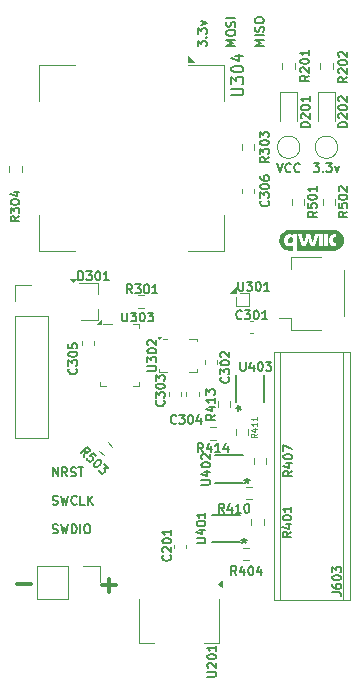
<source format=gbr>
%TF.GenerationSoftware,KiCad,Pcbnew,9.0.2*%
%TF.CreationDate,2025-06-05T09:54:10-05:00*%
%TF.ProjectId,Flight Computer v3,466c6967-6874-4204-936f-6d7075746572,rev?*%
%TF.SameCoordinates,Original*%
%TF.FileFunction,Legend,Top*%
%TF.FilePolarity,Positive*%
%FSLAX46Y46*%
G04 Gerber Fmt 4.6, Leading zero omitted, Abs format (unit mm)*
G04 Created by KiCad (PCBNEW 9.0.2) date 2025-06-05 09:54:10*
%MOMM*%
%LPD*%
G01*
G04 APERTURE LIST*
%ADD10C,0.150000*%
%ADD11C,0.300000*%
%ADD12C,0.125000*%
%ADD13C,0.152400*%
%ADD14C,0.120000*%
%ADD15C,0.000000*%
G04 APERTURE END LIST*
D10*
X114320582Y-59064173D02*
X114320582Y-58599887D01*
X114320582Y-58599887D02*
X114606296Y-58849887D01*
X114606296Y-58849887D02*
X114606296Y-58742744D01*
X114606296Y-58742744D02*
X114642010Y-58671316D01*
X114642010Y-58671316D02*
X114677725Y-58635601D01*
X114677725Y-58635601D02*
X114749153Y-58599887D01*
X114749153Y-58599887D02*
X114927725Y-58599887D01*
X114927725Y-58599887D02*
X114999153Y-58635601D01*
X114999153Y-58635601D02*
X115034868Y-58671316D01*
X115034868Y-58671316D02*
X115070582Y-58742744D01*
X115070582Y-58742744D02*
X115070582Y-58957030D01*
X115070582Y-58957030D02*
X115034868Y-59028458D01*
X115034868Y-59028458D02*
X114999153Y-59064173D01*
X114999153Y-58278458D02*
X115034868Y-58242744D01*
X115034868Y-58242744D02*
X115070582Y-58278458D01*
X115070582Y-58278458D02*
X115034868Y-58314172D01*
X115034868Y-58314172D02*
X114999153Y-58278458D01*
X114999153Y-58278458D02*
X115070582Y-58278458D01*
X114320582Y-57992744D02*
X114320582Y-57528458D01*
X114320582Y-57528458D02*
X114606296Y-57778458D01*
X114606296Y-57778458D02*
X114606296Y-57671315D01*
X114606296Y-57671315D02*
X114642010Y-57599887D01*
X114642010Y-57599887D02*
X114677725Y-57564172D01*
X114677725Y-57564172D02*
X114749153Y-57528458D01*
X114749153Y-57528458D02*
X114927725Y-57528458D01*
X114927725Y-57528458D02*
X114999153Y-57564172D01*
X114999153Y-57564172D02*
X115034868Y-57599887D01*
X115034868Y-57599887D02*
X115070582Y-57671315D01*
X115070582Y-57671315D02*
X115070582Y-57885601D01*
X115070582Y-57885601D02*
X115034868Y-57957029D01*
X115034868Y-57957029D02*
X114999153Y-57992744D01*
X114570582Y-57278458D02*
X115070582Y-57099886D01*
X115070582Y-57099886D02*
X114570582Y-56921315D01*
X117485498Y-58992744D02*
X116735498Y-58992744D01*
X116735498Y-58992744D02*
X117271212Y-58742744D01*
X117271212Y-58742744D02*
X116735498Y-58492744D01*
X116735498Y-58492744D02*
X117485498Y-58492744D01*
X116735498Y-57992744D02*
X116735498Y-57849887D01*
X116735498Y-57849887D02*
X116771212Y-57778458D01*
X116771212Y-57778458D02*
X116842641Y-57707030D01*
X116842641Y-57707030D02*
X116985498Y-57671315D01*
X116985498Y-57671315D02*
X117235498Y-57671315D01*
X117235498Y-57671315D02*
X117378355Y-57707030D01*
X117378355Y-57707030D02*
X117449784Y-57778458D01*
X117449784Y-57778458D02*
X117485498Y-57849887D01*
X117485498Y-57849887D02*
X117485498Y-57992744D01*
X117485498Y-57992744D02*
X117449784Y-58064173D01*
X117449784Y-58064173D02*
X117378355Y-58135601D01*
X117378355Y-58135601D02*
X117235498Y-58171315D01*
X117235498Y-58171315D02*
X116985498Y-58171315D01*
X116985498Y-58171315D02*
X116842641Y-58135601D01*
X116842641Y-58135601D02*
X116771212Y-58064173D01*
X116771212Y-58064173D02*
X116735498Y-57992744D01*
X117449784Y-57385601D02*
X117485498Y-57278459D01*
X117485498Y-57278459D02*
X117485498Y-57099887D01*
X117485498Y-57099887D02*
X117449784Y-57028459D01*
X117449784Y-57028459D02*
X117414069Y-56992744D01*
X117414069Y-56992744D02*
X117342641Y-56957030D01*
X117342641Y-56957030D02*
X117271212Y-56957030D01*
X117271212Y-56957030D02*
X117199784Y-56992744D01*
X117199784Y-56992744D02*
X117164069Y-57028459D01*
X117164069Y-57028459D02*
X117128355Y-57099887D01*
X117128355Y-57099887D02*
X117092641Y-57242744D01*
X117092641Y-57242744D02*
X117056926Y-57314173D01*
X117056926Y-57314173D02*
X117021212Y-57349887D01*
X117021212Y-57349887D02*
X116949784Y-57385601D01*
X116949784Y-57385601D02*
X116878355Y-57385601D01*
X116878355Y-57385601D02*
X116806926Y-57349887D01*
X116806926Y-57349887D02*
X116771212Y-57314173D01*
X116771212Y-57314173D02*
X116735498Y-57242744D01*
X116735498Y-57242744D02*
X116735498Y-57064173D01*
X116735498Y-57064173D02*
X116771212Y-56957030D01*
X117485498Y-56635601D02*
X116735498Y-56635601D01*
X119900414Y-58992744D02*
X119150414Y-58992744D01*
X119150414Y-58992744D02*
X119686128Y-58742744D01*
X119686128Y-58742744D02*
X119150414Y-58492744D01*
X119150414Y-58492744D02*
X119900414Y-58492744D01*
X119900414Y-58135601D02*
X119150414Y-58135601D01*
X119864700Y-57814172D02*
X119900414Y-57707030D01*
X119900414Y-57707030D02*
X119900414Y-57528458D01*
X119900414Y-57528458D02*
X119864700Y-57457030D01*
X119864700Y-57457030D02*
X119828985Y-57421315D01*
X119828985Y-57421315D02*
X119757557Y-57385601D01*
X119757557Y-57385601D02*
X119686128Y-57385601D01*
X119686128Y-57385601D02*
X119614700Y-57421315D01*
X119614700Y-57421315D02*
X119578985Y-57457030D01*
X119578985Y-57457030D02*
X119543271Y-57528458D01*
X119543271Y-57528458D02*
X119507557Y-57671315D01*
X119507557Y-57671315D02*
X119471842Y-57742744D01*
X119471842Y-57742744D02*
X119436128Y-57778458D01*
X119436128Y-57778458D02*
X119364700Y-57814172D01*
X119364700Y-57814172D02*
X119293271Y-57814172D01*
X119293271Y-57814172D02*
X119221842Y-57778458D01*
X119221842Y-57778458D02*
X119186128Y-57742744D01*
X119186128Y-57742744D02*
X119150414Y-57671315D01*
X119150414Y-57671315D02*
X119150414Y-57492744D01*
X119150414Y-57492744D02*
X119186128Y-57385601D01*
X119150414Y-56921315D02*
X119150414Y-56778458D01*
X119150414Y-56778458D02*
X119186128Y-56707029D01*
X119186128Y-56707029D02*
X119257557Y-56635601D01*
X119257557Y-56635601D02*
X119400414Y-56599886D01*
X119400414Y-56599886D02*
X119650414Y-56599886D01*
X119650414Y-56599886D02*
X119793271Y-56635601D01*
X119793271Y-56635601D02*
X119864700Y-56707029D01*
X119864700Y-56707029D02*
X119900414Y-56778458D01*
X119900414Y-56778458D02*
X119900414Y-56921315D01*
X119900414Y-56921315D02*
X119864700Y-56992744D01*
X119864700Y-56992744D02*
X119793271Y-57064172D01*
X119793271Y-57064172D02*
X119650414Y-57099886D01*
X119650414Y-57099886D02*
X119400414Y-57099886D01*
X119400414Y-57099886D02*
X119257557Y-57064172D01*
X119257557Y-57064172D02*
X119186128Y-56992744D01*
X119186128Y-56992744D02*
X119150414Y-56921315D01*
D11*
X106234510Y-104699400D02*
X107377368Y-104699400D01*
X106805939Y-105270828D02*
X106805939Y-104127971D01*
D10*
X102047255Y-95450582D02*
X102047255Y-94700582D01*
X102047255Y-94700582D02*
X102475826Y-95450582D01*
X102475826Y-95450582D02*
X102475826Y-94700582D01*
X103261540Y-95450582D02*
X103011540Y-95093439D01*
X102832969Y-95450582D02*
X102832969Y-94700582D01*
X102832969Y-94700582D02*
X103118683Y-94700582D01*
X103118683Y-94700582D02*
X103190112Y-94736296D01*
X103190112Y-94736296D02*
X103225826Y-94772010D01*
X103225826Y-94772010D02*
X103261540Y-94843439D01*
X103261540Y-94843439D02*
X103261540Y-94950582D01*
X103261540Y-94950582D02*
X103225826Y-95022010D01*
X103225826Y-95022010D02*
X103190112Y-95057725D01*
X103190112Y-95057725D02*
X103118683Y-95093439D01*
X103118683Y-95093439D02*
X102832969Y-95093439D01*
X103547255Y-95414868D02*
X103654398Y-95450582D01*
X103654398Y-95450582D02*
X103832969Y-95450582D01*
X103832969Y-95450582D02*
X103904398Y-95414868D01*
X103904398Y-95414868D02*
X103940112Y-95379153D01*
X103940112Y-95379153D02*
X103975826Y-95307725D01*
X103975826Y-95307725D02*
X103975826Y-95236296D01*
X103975826Y-95236296D02*
X103940112Y-95164868D01*
X103940112Y-95164868D02*
X103904398Y-95129153D01*
X103904398Y-95129153D02*
X103832969Y-95093439D01*
X103832969Y-95093439D02*
X103690112Y-95057725D01*
X103690112Y-95057725D02*
X103618683Y-95022010D01*
X103618683Y-95022010D02*
X103582969Y-94986296D01*
X103582969Y-94986296D02*
X103547255Y-94914868D01*
X103547255Y-94914868D02*
X103547255Y-94843439D01*
X103547255Y-94843439D02*
X103582969Y-94772010D01*
X103582969Y-94772010D02*
X103618683Y-94736296D01*
X103618683Y-94736296D02*
X103690112Y-94700582D01*
X103690112Y-94700582D02*
X103868683Y-94700582D01*
X103868683Y-94700582D02*
X103975826Y-94736296D01*
X104190112Y-94700582D02*
X104618684Y-94700582D01*
X104404398Y-95450582D02*
X104404398Y-94700582D01*
X102011541Y-97829784D02*
X102118684Y-97865498D01*
X102118684Y-97865498D02*
X102297255Y-97865498D01*
X102297255Y-97865498D02*
X102368684Y-97829784D01*
X102368684Y-97829784D02*
X102404398Y-97794069D01*
X102404398Y-97794069D02*
X102440112Y-97722641D01*
X102440112Y-97722641D02*
X102440112Y-97651212D01*
X102440112Y-97651212D02*
X102404398Y-97579784D01*
X102404398Y-97579784D02*
X102368684Y-97544069D01*
X102368684Y-97544069D02*
X102297255Y-97508355D01*
X102297255Y-97508355D02*
X102154398Y-97472641D01*
X102154398Y-97472641D02*
X102082969Y-97436926D01*
X102082969Y-97436926D02*
X102047255Y-97401212D01*
X102047255Y-97401212D02*
X102011541Y-97329784D01*
X102011541Y-97329784D02*
X102011541Y-97258355D01*
X102011541Y-97258355D02*
X102047255Y-97186926D01*
X102047255Y-97186926D02*
X102082969Y-97151212D01*
X102082969Y-97151212D02*
X102154398Y-97115498D01*
X102154398Y-97115498D02*
X102332969Y-97115498D01*
X102332969Y-97115498D02*
X102440112Y-97151212D01*
X102690112Y-97115498D02*
X102868684Y-97865498D01*
X102868684Y-97865498D02*
X103011541Y-97329784D01*
X103011541Y-97329784D02*
X103154398Y-97865498D01*
X103154398Y-97865498D02*
X103332970Y-97115498D01*
X104047255Y-97794069D02*
X104011541Y-97829784D01*
X104011541Y-97829784D02*
X103904398Y-97865498D01*
X103904398Y-97865498D02*
X103832970Y-97865498D01*
X103832970Y-97865498D02*
X103725827Y-97829784D01*
X103725827Y-97829784D02*
X103654398Y-97758355D01*
X103654398Y-97758355D02*
X103618684Y-97686926D01*
X103618684Y-97686926D02*
X103582970Y-97544069D01*
X103582970Y-97544069D02*
X103582970Y-97436926D01*
X103582970Y-97436926D02*
X103618684Y-97294069D01*
X103618684Y-97294069D02*
X103654398Y-97222641D01*
X103654398Y-97222641D02*
X103725827Y-97151212D01*
X103725827Y-97151212D02*
X103832970Y-97115498D01*
X103832970Y-97115498D02*
X103904398Y-97115498D01*
X103904398Y-97115498D02*
X104011541Y-97151212D01*
X104011541Y-97151212D02*
X104047255Y-97186926D01*
X104725827Y-97865498D02*
X104368684Y-97865498D01*
X104368684Y-97865498D02*
X104368684Y-97115498D01*
X104975827Y-97865498D02*
X104975827Y-97115498D01*
X105404398Y-97865498D02*
X105082970Y-97436926D01*
X105404398Y-97115498D02*
X104975827Y-97544069D01*
X102011541Y-100244700D02*
X102118684Y-100280414D01*
X102118684Y-100280414D02*
X102297255Y-100280414D01*
X102297255Y-100280414D02*
X102368684Y-100244700D01*
X102368684Y-100244700D02*
X102404398Y-100208985D01*
X102404398Y-100208985D02*
X102440112Y-100137557D01*
X102440112Y-100137557D02*
X102440112Y-100066128D01*
X102440112Y-100066128D02*
X102404398Y-99994700D01*
X102404398Y-99994700D02*
X102368684Y-99958985D01*
X102368684Y-99958985D02*
X102297255Y-99923271D01*
X102297255Y-99923271D02*
X102154398Y-99887557D01*
X102154398Y-99887557D02*
X102082969Y-99851842D01*
X102082969Y-99851842D02*
X102047255Y-99816128D01*
X102047255Y-99816128D02*
X102011541Y-99744700D01*
X102011541Y-99744700D02*
X102011541Y-99673271D01*
X102011541Y-99673271D02*
X102047255Y-99601842D01*
X102047255Y-99601842D02*
X102082969Y-99566128D01*
X102082969Y-99566128D02*
X102154398Y-99530414D01*
X102154398Y-99530414D02*
X102332969Y-99530414D01*
X102332969Y-99530414D02*
X102440112Y-99566128D01*
X102690112Y-99530414D02*
X102868684Y-100280414D01*
X102868684Y-100280414D02*
X103011541Y-99744700D01*
X103011541Y-99744700D02*
X103154398Y-100280414D01*
X103154398Y-100280414D02*
X103332970Y-99530414D01*
X103618684Y-100280414D02*
X103618684Y-99530414D01*
X103618684Y-99530414D02*
X103797255Y-99530414D01*
X103797255Y-99530414D02*
X103904398Y-99566128D01*
X103904398Y-99566128D02*
X103975827Y-99637557D01*
X103975827Y-99637557D02*
X104011541Y-99708985D01*
X104011541Y-99708985D02*
X104047255Y-99851842D01*
X104047255Y-99851842D02*
X104047255Y-99958985D01*
X104047255Y-99958985D02*
X104011541Y-100101842D01*
X104011541Y-100101842D02*
X103975827Y-100173271D01*
X103975827Y-100173271D02*
X103904398Y-100244700D01*
X103904398Y-100244700D02*
X103797255Y-100280414D01*
X103797255Y-100280414D02*
X103618684Y-100280414D01*
X104368684Y-100280414D02*
X104368684Y-99530414D01*
X104868684Y-99530414D02*
X105011541Y-99530414D01*
X105011541Y-99530414D02*
X105082970Y-99566128D01*
X105082970Y-99566128D02*
X105154398Y-99637557D01*
X105154398Y-99637557D02*
X105190113Y-99780414D01*
X105190113Y-99780414D02*
X105190113Y-100030414D01*
X105190113Y-100030414D02*
X105154398Y-100173271D01*
X105154398Y-100173271D02*
X105082970Y-100244700D01*
X105082970Y-100244700D02*
X105011541Y-100280414D01*
X105011541Y-100280414D02*
X104868684Y-100280414D01*
X104868684Y-100280414D02*
X104797256Y-100244700D01*
X104797256Y-100244700D02*
X104725827Y-100173271D01*
X104725827Y-100173271D02*
X104690113Y-100030414D01*
X104690113Y-100030414D02*
X104690113Y-99780414D01*
X104690113Y-99780414D02*
X104725827Y-99637557D01*
X104725827Y-99637557D02*
X104797256Y-99566128D01*
X104797256Y-99566128D02*
X104868684Y-99530414D01*
D11*
X99004510Y-104619400D02*
X100147368Y-104619400D01*
D10*
X117924285Y-85779164D02*
X117924285Y-86386307D01*
X117924285Y-86386307D02*
X117959999Y-86457735D01*
X117959999Y-86457735D02*
X117995714Y-86493450D01*
X117995714Y-86493450D02*
X118067142Y-86529164D01*
X118067142Y-86529164D02*
X118209999Y-86529164D01*
X118209999Y-86529164D02*
X118281428Y-86493450D01*
X118281428Y-86493450D02*
X118317142Y-86457735D01*
X118317142Y-86457735D02*
X118352856Y-86386307D01*
X118352856Y-86386307D02*
X118352856Y-85779164D01*
X119031428Y-86029164D02*
X119031428Y-86529164D01*
X118852856Y-85743450D02*
X118674285Y-86279164D01*
X118674285Y-86279164D02*
X119138570Y-86279164D01*
X119567142Y-85779164D02*
X119638571Y-85779164D01*
X119638571Y-85779164D02*
X119709999Y-85814878D01*
X119709999Y-85814878D02*
X119745714Y-85850592D01*
X119745714Y-85850592D02*
X119781428Y-85922021D01*
X119781428Y-85922021D02*
X119817142Y-86064878D01*
X119817142Y-86064878D02*
X119817142Y-86243450D01*
X119817142Y-86243450D02*
X119781428Y-86386307D01*
X119781428Y-86386307D02*
X119745714Y-86457735D01*
X119745714Y-86457735D02*
X119709999Y-86493450D01*
X119709999Y-86493450D02*
X119638571Y-86529164D01*
X119638571Y-86529164D02*
X119567142Y-86529164D01*
X119567142Y-86529164D02*
X119495714Y-86493450D01*
X119495714Y-86493450D02*
X119459999Y-86457735D01*
X119459999Y-86457735D02*
X119424285Y-86386307D01*
X119424285Y-86386307D02*
X119388571Y-86243450D01*
X119388571Y-86243450D02*
X119388571Y-86064878D01*
X119388571Y-86064878D02*
X119424285Y-85922021D01*
X119424285Y-85922021D02*
X119459999Y-85850592D01*
X119459999Y-85850592D02*
X119495714Y-85814878D01*
X119495714Y-85814878D02*
X119567142Y-85779164D01*
X120067142Y-85779164D02*
X120531428Y-85779164D01*
X120531428Y-85779164D02*
X120281428Y-86064878D01*
X120281428Y-86064878D02*
X120388571Y-86064878D01*
X120388571Y-86064878D02*
X120460000Y-86100592D01*
X120460000Y-86100592D02*
X120495714Y-86136307D01*
X120495714Y-86136307D02*
X120531428Y-86207735D01*
X120531428Y-86207735D02*
X120531428Y-86386307D01*
X120531428Y-86386307D02*
X120495714Y-86457735D01*
X120495714Y-86457735D02*
X120460000Y-86493450D01*
X120460000Y-86493450D02*
X120388571Y-86529164D01*
X120388571Y-86529164D02*
X120174285Y-86529164D01*
X120174285Y-86529164D02*
X120102857Y-86493450D01*
X120102857Y-86493450D02*
X120067142Y-86457735D01*
X117564819Y-89659999D02*
X117802914Y-89659999D01*
X117707676Y-89898094D02*
X117802914Y-89659999D01*
X117802914Y-89659999D02*
X117707676Y-89421904D01*
X117993390Y-89802856D02*
X117802914Y-89659999D01*
X117802914Y-89659999D02*
X117993390Y-89517142D01*
X114589164Y-96175714D02*
X115196307Y-96175714D01*
X115196307Y-96175714D02*
X115267735Y-96140000D01*
X115267735Y-96140000D02*
X115303450Y-96104286D01*
X115303450Y-96104286D02*
X115339164Y-96032857D01*
X115339164Y-96032857D02*
X115339164Y-95890000D01*
X115339164Y-95890000D02*
X115303450Y-95818571D01*
X115303450Y-95818571D02*
X115267735Y-95782857D01*
X115267735Y-95782857D02*
X115196307Y-95747143D01*
X115196307Y-95747143D02*
X114589164Y-95747143D01*
X114839164Y-95068572D02*
X115339164Y-95068572D01*
X114553450Y-95247143D02*
X115089164Y-95425714D01*
X115089164Y-95425714D02*
X115089164Y-94961429D01*
X114589164Y-94532857D02*
X114589164Y-94461428D01*
X114589164Y-94461428D02*
X114624878Y-94390000D01*
X114624878Y-94390000D02*
X114660592Y-94354286D01*
X114660592Y-94354286D02*
X114732021Y-94318571D01*
X114732021Y-94318571D02*
X114874878Y-94282857D01*
X114874878Y-94282857D02*
X115053450Y-94282857D01*
X115053450Y-94282857D02*
X115196307Y-94318571D01*
X115196307Y-94318571D02*
X115267735Y-94354286D01*
X115267735Y-94354286D02*
X115303450Y-94390000D01*
X115303450Y-94390000D02*
X115339164Y-94461428D01*
X115339164Y-94461428D02*
X115339164Y-94532857D01*
X115339164Y-94532857D02*
X115303450Y-94604286D01*
X115303450Y-94604286D02*
X115267735Y-94640000D01*
X115267735Y-94640000D02*
X115196307Y-94675714D01*
X115196307Y-94675714D02*
X115053450Y-94711428D01*
X115053450Y-94711428D02*
X114874878Y-94711428D01*
X114874878Y-94711428D02*
X114732021Y-94675714D01*
X114732021Y-94675714D02*
X114660592Y-94640000D01*
X114660592Y-94640000D02*
X114624878Y-94604286D01*
X114624878Y-94604286D02*
X114589164Y-94532857D01*
X114660592Y-93997142D02*
X114624878Y-93961428D01*
X114624878Y-93961428D02*
X114589164Y-93890000D01*
X114589164Y-93890000D02*
X114589164Y-93711428D01*
X114589164Y-93711428D02*
X114624878Y-93640000D01*
X114624878Y-93640000D02*
X114660592Y-93604285D01*
X114660592Y-93604285D02*
X114732021Y-93568571D01*
X114732021Y-93568571D02*
X114803450Y-93568571D01*
X114803450Y-93568571D02*
X114910592Y-93604285D01*
X114910592Y-93604285D02*
X115339164Y-94032857D01*
X115339164Y-94032857D02*
X115339164Y-93568571D01*
X118450000Y-95614819D02*
X118450000Y-95852914D01*
X118211905Y-95757676D02*
X118450000Y-95852914D01*
X118450000Y-95852914D02*
X118688095Y-95757676D01*
X118307143Y-96043390D02*
X118450000Y-95852914D01*
X118450000Y-95852914D02*
X118592857Y-96043390D01*
X114199164Y-101135714D02*
X114806307Y-101135714D01*
X114806307Y-101135714D02*
X114877735Y-101100000D01*
X114877735Y-101100000D02*
X114913450Y-101064286D01*
X114913450Y-101064286D02*
X114949164Y-100992857D01*
X114949164Y-100992857D02*
X114949164Y-100850000D01*
X114949164Y-100850000D02*
X114913450Y-100778571D01*
X114913450Y-100778571D02*
X114877735Y-100742857D01*
X114877735Y-100742857D02*
X114806307Y-100707143D01*
X114806307Y-100707143D02*
X114199164Y-100707143D01*
X114449164Y-100028572D02*
X114949164Y-100028572D01*
X114163450Y-100207143D02*
X114699164Y-100385714D01*
X114699164Y-100385714D02*
X114699164Y-99921429D01*
X114199164Y-99492857D02*
X114199164Y-99421428D01*
X114199164Y-99421428D02*
X114234878Y-99350000D01*
X114234878Y-99350000D02*
X114270592Y-99314286D01*
X114270592Y-99314286D02*
X114342021Y-99278571D01*
X114342021Y-99278571D02*
X114484878Y-99242857D01*
X114484878Y-99242857D02*
X114663450Y-99242857D01*
X114663450Y-99242857D02*
X114806307Y-99278571D01*
X114806307Y-99278571D02*
X114877735Y-99314286D01*
X114877735Y-99314286D02*
X114913450Y-99350000D01*
X114913450Y-99350000D02*
X114949164Y-99421428D01*
X114949164Y-99421428D02*
X114949164Y-99492857D01*
X114949164Y-99492857D02*
X114913450Y-99564286D01*
X114913450Y-99564286D02*
X114877735Y-99600000D01*
X114877735Y-99600000D02*
X114806307Y-99635714D01*
X114806307Y-99635714D02*
X114663450Y-99671428D01*
X114663450Y-99671428D02*
X114484878Y-99671428D01*
X114484878Y-99671428D02*
X114342021Y-99635714D01*
X114342021Y-99635714D02*
X114270592Y-99600000D01*
X114270592Y-99600000D02*
X114234878Y-99564286D01*
X114234878Y-99564286D02*
X114199164Y-99492857D01*
X114949164Y-98528571D02*
X114949164Y-98957142D01*
X114949164Y-98742857D02*
X114199164Y-98742857D01*
X114199164Y-98742857D02*
X114306307Y-98814285D01*
X114306307Y-98814285D02*
X114377735Y-98885714D01*
X114377735Y-98885714D02*
X114413450Y-98957142D01*
X118210000Y-100704819D02*
X118210000Y-100942914D01*
X117971905Y-100847676D02*
X118210000Y-100942914D01*
X118210000Y-100942914D02*
X118448095Y-100847676D01*
X118067143Y-101133390D02*
X118210000Y-100942914D01*
X118210000Y-100942914D02*
X118352857Y-101133390D01*
X126979164Y-73039286D02*
X126622021Y-73289286D01*
X126979164Y-73467857D02*
X126229164Y-73467857D01*
X126229164Y-73467857D02*
X126229164Y-73182143D01*
X126229164Y-73182143D02*
X126264878Y-73110714D01*
X126264878Y-73110714D02*
X126300592Y-73075000D01*
X126300592Y-73075000D02*
X126372021Y-73039286D01*
X126372021Y-73039286D02*
X126479164Y-73039286D01*
X126479164Y-73039286D02*
X126550592Y-73075000D01*
X126550592Y-73075000D02*
X126586307Y-73110714D01*
X126586307Y-73110714D02*
X126622021Y-73182143D01*
X126622021Y-73182143D02*
X126622021Y-73467857D01*
X126229164Y-72360714D02*
X126229164Y-72717857D01*
X126229164Y-72717857D02*
X126586307Y-72753571D01*
X126586307Y-72753571D02*
X126550592Y-72717857D01*
X126550592Y-72717857D02*
X126514878Y-72646429D01*
X126514878Y-72646429D02*
X126514878Y-72467857D01*
X126514878Y-72467857D02*
X126550592Y-72396429D01*
X126550592Y-72396429D02*
X126586307Y-72360714D01*
X126586307Y-72360714D02*
X126657735Y-72325000D01*
X126657735Y-72325000D02*
X126836307Y-72325000D01*
X126836307Y-72325000D02*
X126907735Y-72360714D01*
X126907735Y-72360714D02*
X126943450Y-72396429D01*
X126943450Y-72396429D02*
X126979164Y-72467857D01*
X126979164Y-72467857D02*
X126979164Y-72646429D01*
X126979164Y-72646429D02*
X126943450Y-72717857D01*
X126943450Y-72717857D02*
X126907735Y-72753571D01*
X126229164Y-71860714D02*
X126229164Y-71789285D01*
X126229164Y-71789285D02*
X126264878Y-71717857D01*
X126264878Y-71717857D02*
X126300592Y-71682143D01*
X126300592Y-71682143D02*
X126372021Y-71646428D01*
X126372021Y-71646428D02*
X126514878Y-71610714D01*
X126514878Y-71610714D02*
X126693450Y-71610714D01*
X126693450Y-71610714D02*
X126836307Y-71646428D01*
X126836307Y-71646428D02*
X126907735Y-71682143D01*
X126907735Y-71682143D02*
X126943450Y-71717857D01*
X126943450Y-71717857D02*
X126979164Y-71789285D01*
X126979164Y-71789285D02*
X126979164Y-71860714D01*
X126979164Y-71860714D02*
X126943450Y-71932143D01*
X126943450Y-71932143D02*
X126907735Y-71967857D01*
X126907735Y-71967857D02*
X126836307Y-72003571D01*
X126836307Y-72003571D02*
X126693450Y-72039285D01*
X126693450Y-72039285D02*
X126514878Y-72039285D01*
X126514878Y-72039285D02*
X126372021Y-72003571D01*
X126372021Y-72003571D02*
X126300592Y-71967857D01*
X126300592Y-71967857D02*
X126264878Y-71932143D01*
X126264878Y-71932143D02*
X126229164Y-71860714D01*
X126300592Y-71324999D02*
X126264878Y-71289285D01*
X126264878Y-71289285D02*
X126229164Y-71217857D01*
X126229164Y-71217857D02*
X126229164Y-71039285D01*
X126229164Y-71039285D02*
X126264878Y-70967857D01*
X126264878Y-70967857D02*
X126300592Y-70932142D01*
X126300592Y-70932142D02*
X126372021Y-70896428D01*
X126372021Y-70896428D02*
X126443450Y-70896428D01*
X126443450Y-70896428D02*
X126550592Y-70932142D01*
X126550592Y-70932142D02*
X126979164Y-71360714D01*
X126979164Y-71360714D02*
X126979164Y-70896428D01*
X117154819Y-63214285D02*
X117964342Y-63214285D01*
X117964342Y-63214285D02*
X118059580Y-63166666D01*
X118059580Y-63166666D02*
X118107200Y-63119047D01*
X118107200Y-63119047D02*
X118154819Y-63023809D01*
X118154819Y-63023809D02*
X118154819Y-62833333D01*
X118154819Y-62833333D02*
X118107200Y-62738095D01*
X118107200Y-62738095D02*
X118059580Y-62690476D01*
X118059580Y-62690476D02*
X117964342Y-62642857D01*
X117964342Y-62642857D02*
X117154819Y-62642857D01*
X117154819Y-62261904D02*
X117154819Y-61642857D01*
X117154819Y-61642857D02*
X117535771Y-61976190D01*
X117535771Y-61976190D02*
X117535771Y-61833333D01*
X117535771Y-61833333D02*
X117583390Y-61738095D01*
X117583390Y-61738095D02*
X117631009Y-61690476D01*
X117631009Y-61690476D02*
X117726247Y-61642857D01*
X117726247Y-61642857D02*
X117964342Y-61642857D01*
X117964342Y-61642857D02*
X118059580Y-61690476D01*
X118059580Y-61690476D02*
X118107200Y-61738095D01*
X118107200Y-61738095D02*
X118154819Y-61833333D01*
X118154819Y-61833333D02*
X118154819Y-62119047D01*
X118154819Y-62119047D02*
X118107200Y-62214285D01*
X118107200Y-62214285D02*
X118059580Y-62261904D01*
X117154819Y-61023809D02*
X117154819Y-60928571D01*
X117154819Y-60928571D02*
X117202438Y-60833333D01*
X117202438Y-60833333D02*
X117250057Y-60785714D01*
X117250057Y-60785714D02*
X117345295Y-60738095D01*
X117345295Y-60738095D02*
X117535771Y-60690476D01*
X117535771Y-60690476D02*
X117773866Y-60690476D01*
X117773866Y-60690476D02*
X117964342Y-60738095D01*
X117964342Y-60738095D02*
X118059580Y-60785714D01*
X118059580Y-60785714D02*
X118107200Y-60833333D01*
X118107200Y-60833333D02*
X118154819Y-60928571D01*
X118154819Y-60928571D02*
X118154819Y-61023809D01*
X118154819Y-61023809D02*
X118107200Y-61119047D01*
X118107200Y-61119047D02*
X118059580Y-61166666D01*
X118059580Y-61166666D02*
X117964342Y-61214285D01*
X117964342Y-61214285D02*
X117773866Y-61261904D01*
X117773866Y-61261904D02*
X117535771Y-61261904D01*
X117535771Y-61261904D02*
X117345295Y-61214285D01*
X117345295Y-61214285D02*
X117250057Y-61166666D01*
X117250057Y-61166666D02*
X117202438Y-61119047D01*
X117202438Y-61119047D02*
X117154819Y-61023809D01*
X117488152Y-59833333D02*
X118154819Y-59833333D01*
X117107200Y-60071428D02*
X117821485Y-60309523D01*
X117821485Y-60309523D02*
X117821485Y-59690476D01*
X124379164Y-73039286D02*
X124022021Y-73289286D01*
X124379164Y-73467857D02*
X123629164Y-73467857D01*
X123629164Y-73467857D02*
X123629164Y-73182143D01*
X123629164Y-73182143D02*
X123664878Y-73110714D01*
X123664878Y-73110714D02*
X123700592Y-73075000D01*
X123700592Y-73075000D02*
X123772021Y-73039286D01*
X123772021Y-73039286D02*
X123879164Y-73039286D01*
X123879164Y-73039286D02*
X123950592Y-73075000D01*
X123950592Y-73075000D02*
X123986307Y-73110714D01*
X123986307Y-73110714D02*
X124022021Y-73182143D01*
X124022021Y-73182143D02*
X124022021Y-73467857D01*
X123629164Y-72360714D02*
X123629164Y-72717857D01*
X123629164Y-72717857D02*
X123986307Y-72753571D01*
X123986307Y-72753571D02*
X123950592Y-72717857D01*
X123950592Y-72717857D02*
X123914878Y-72646429D01*
X123914878Y-72646429D02*
X123914878Y-72467857D01*
X123914878Y-72467857D02*
X123950592Y-72396429D01*
X123950592Y-72396429D02*
X123986307Y-72360714D01*
X123986307Y-72360714D02*
X124057735Y-72325000D01*
X124057735Y-72325000D02*
X124236307Y-72325000D01*
X124236307Y-72325000D02*
X124307735Y-72360714D01*
X124307735Y-72360714D02*
X124343450Y-72396429D01*
X124343450Y-72396429D02*
X124379164Y-72467857D01*
X124379164Y-72467857D02*
X124379164Y-72646429D01*
X124379164Y-72646429D02*
X124343450Y-72717857D01*
X124343450Y-72717857D02*
X124307735Y-72753571D01*
X123629164Y-71860714D02*
X123629164Y-71789285D01*
X123629164Y-71789285D02*
X123664878Y-71717857D01*
X123664878Y-71717857D02*
X123700592Y-71682143D01*
X123700592Y-71682143D02*
X123772021Y-71646428D01*
X123772021Y-71646428D02*
X123914878Y-71610714D01*
X123914878Y-71610714D02*
X124093450Y-71610714D01*
X124093450Y-71610714D02*
X124236307Y-71646428D01*
X124236307Y-71646428D02*
X124307735Y-71682143D01*
X124307735Y-71682143D02*
X124343450Y-71717857D01*
X124343450Y-71717857D02*
X124379164Y-71789285D01*
X124379164Y-71789285D02*
X124379164Y-71860714D01*
X124379164Y-71860714D02*
X124343450Y-71932143D01*
X124343450Y-71932143D02*
X124307735Y-71967857D01*
X124307735Y-71967857D02*
X124236307Y-72003571D01*
X124236307Y-72003571D02*
X124093450Y-72039285D01*
X124093450Y-72039285D02*
X123914878Y-72039285D01*
X123914878Y-72039285D02*
X123772021Y-72003571D01*
X123772021Y-72003571D02*
X123700592Y-71967857D01*
X123700592Y-71967857D02*
X123664878Y-71932143D01*
X123664878Y-71932143D02*
X123629164Y-71860714D01*
X124379164Y-70896428D02*
X124379164Y-71324999D01*
X124379164Y-71110714D02*
X123629164Y-71110714D01*
X123629164Y-71110714D02*
X123736307Y-71182142D01*
X123736307Y-71182142D02*
X123807735Y-71253571D01*
X123807735Y-71253571D02*
X123843450Y-71324999D01*
D12*
X119324809Y-91859523D02*
X119086714Y-92026189D01*
X119324809Y-92145237D02*
X118824809Y-92145237D01*
X118824809Y-92145237D02*
X118824809Y-91954761D01*
X118824809Y-91954761D02*
X118848619Y-91907142D01*
X118848619Y-91907142D02*
X118872428Y-91883332D01*
X118872428Y-91883332D02*
X118920047Y-91859523D01*
X118920047Y-91859523D02*
X118991476Y-91859523D01*
X118991476Y-91859523D02*
X119039095Y-91883332D01*
X119039095Y-91883332D02*
X119062904Y-91907142D01*
X119062904Y-91907142D02*
X119086714Y-91954761D01*
X119086714Y-91954761D02*
X119086714Y-92145237D01*
X118991476Y-91430951D02*
X119324809Y-91430951D01*
X118801000Y-91549999D02*
X119158142Y-91669046D01*
X119158142Y-91669046D02*
X119158142Y-91359523D01*
X119324809Y-90907142D02*
X119324809Y-91192856D01*
X119324809Y-91049999D02*
X118824809Y-91049999D01*
X118824809Y-91049999D02*
X118896238Y-91097618D01*
X118896238Y-91097618D02*
X118943857Y-91145237D01*
X118943857Y-91145237D02*
X118967666Y-91192856D01*
X119324809Y-90430952D02*
X119324809Y-90716666D01*
X119324809Y-90573809D02*
X118824809Y-90573809D01*
X118824809Y-90573809D02*
X118896238Y-90621428D01*
X118896238Y-90621428D02*
X118943857Y-90669047D01*
X118943857Y-90669047D02*
X118967666Y-90716666D01*
D10*
X104685546Y-93787523D02*
X104761308Y-93358208D01*
X104382500Y-93484477D02*
X104912831Y-92954147D01*
X104912831Y-92954147D02*
X105114861Y-93156178D01*
X105114861Y-93156178D02*
X105140115Y-93231939D01*
X105140115Y-93231939D02*
X105140115Y-93282447D01*
X105140115Y-93282447D02*
X105114861Y-93358208D01*
X105114861Y-93358208D02*
X105039100Y-93433970D01*
X105039100Y-93433970D02*
X104963338Y-93459223D01*
X104963338Y-93459223D02*
X104912831Y-93459223D01*
X104912831Y-93459223D02*
X104837069Y-93433970D01*
X104837069Y-93433970D02*
X104635039Y-93231939D01*
X105695699Y-93737015D02*
X105443161Y-93484477D01*
X105443161Y-93484477D02*
X105165369Y-93711762D01*
X105165369Y-93711762D02*
X105215876Y-93711762D01*
X105215876Y-93711762D02*
X105291638Y-93737015D01*
X105291638Y-93737015D02*
X105417907Y-93863284D01*
X105417907Y-93863284D02*
X105443161Y-93939046D01*
X105443161Y-93939046D02*
X105443161Y-93989553D01*
X105443161Y-93989553D02*
X105417907Y-94065315D01*
X105417907Y-94065315D02*
X105291638Y-94191584D01*
X105291638Y-94191584D02*
X105215876Y-94216838D01*
X105215876Y-94216838D02*
X105165369Y-94216838D01*
X105165369Y-94216838D02*
X105089607Y-94191584D01*
X105089607Y-94191584D02*
X104963338Y-94065315D01*
X104963338Y-94065315D02*
X104938084Y-93989553D01*
X104938084Y-93989553D02*
X104938084Y-93939046D01*
X106049252Y-94090569D02*
X106099760Y-94141077D01*
X106099760Y-94141077D02*
X106125014Y-94216838D01*
X106125014Y-94216838D02*
X106125014Y-94267346D01*
X106125014Y-94267346D02*
X106099760Y-94343107D01*
X106099760Y-94343107D02*
X106023999Y-94469376D01*
X106023999Y-94469376D02*
X105897729Y-94595645D01*
X105897729Y-94595645D02*
X105771460Y-94671407D01*
X105771460Y-94671407D02*
X105695699Y-94696660D01*
X105695699Y-94696660D02*
X105645191Y-94696660D01*
X105645191Y-94696660D02*
X105569430Y-94671407D01*
X105569430Y-94671407D02*
X105518922Y-94620899D01*
X105518922Y-94620899D02*
X105493668Y-94545138D01*
X105493668Y-94545138D02*
X105493668Y-94494630D01*
X105493668Y-94494630D02*
X105518922Y-94418868D01*
X105518922Y-94418868D02*
X105594684Y-94292599D01*
X105594684Y-94292599D02*
X105720953Y-94166330D01*
X105720953Y-94166330D02*
X105847222Y-94090569D01*
X105847222Y-94090569D02*
X105922983Y-94065315D01*
X105922983Y-94065315D02*
X105973491Y-94065315D01*
X105973491Y-94065315D02*
X106049252Y-94090569D01*
X106402806Y-94444123D02*
X106731106Y-94772422D01*
X106731106Y-94772422D02*
X106352298Y-94797676D01*
X106352298Y-94797676D02*
X106428060Y-94873437D01*
X106428060Y-94873437D02*
X106453314Y-94949199D01*
X106453314Y-94949199D02*
X106453314Y-94999706D01*
X106453314Y-94999706D02*
X106428060Y-95075468D01*
X106428060Y-95075468D02*
X106301791Y-95201737D01*
X106301791Y-95201737D02*
X106226029Y-95226991D01*
X106226029Y-95226991D02*
X106175522Y-95226991D01*
X106175522Y-95226991D02*
X106099760Y-95201737D01*
X106099760Y-95201737D02*
X105948237Y-95050214D01*
X105948237Y-95050214D02*
X105922983Y-94974453D01*
X105922983Y-94974453D02*
X105922983Y-94923945D01*
X117734285Y-79009164D02*
X117734285Y-79616307D01*
X117734285Y-79616307D02*
X117769999Y-79687735D01*
X117769999Y-79687735D02*
X117805714Y-79723450D01*
X117805714Y-79723450D02*
X117877142Y-79759164D01*
X117877142Y-79759164D02*
X118019999Y-79759164D01*
X118019999Y-79759164D02*
X118091428Y-79723450D01*
X118091428Y-79723450D02*
X118127142Y-79687735D01*
X118127142Y-79687735D02*
X118162856Y-79616307D01*
X118162856Y-79616307D02*
X118162856Y-79009164D01*
X118448570Y-79009164D02*
X118912856Y-79009164D01*
X118912856Y-79009164D02*
X118662856Y-79294878D01*
X118662856Y-79294878D02*
X118769999Y-79294878D01*
X118769999Y-79294878D02*
X118841428Y-79330592D01*
X118841428Y-79330592D02*
X118877142Y-79366307D01*
X118877142Y-79366307D02*
X118912856Y-79437735D01*
X118912856Y-79437735D02*
X118912856Y-79616307D01*
X118912856Y-79616307D02*
X118877142Y-79687735D01*
X118877142Y-79687735D02*
X118841428Y-79723450D01*
X118841428Y-79723450D02*
X118769999Y-79759164D01*
X118769999Y-79759164D02*
X118555713Y-79759164D01*
X118555713Y-79759164D02*
X118484285Y-79723450D01*
X118484285Y-79723450D02*
X118448570Y-79687735D01*
X119377142Y-79009164D02*
X119448571Y-79009164D01*
X119448571Y-79009164D02*
X119519999Y-79044878D01*
X119519999Y-79044878D02*
X119555714Y-79080592D01*
X119555714Y-79080592D02*
X119591428Y-79152021D01*
X119591428Y-79152021D02*
X119627142Y-79294878D01*
X119627142Y-79294878D02*
X119627142Y-79473450D01*
X119627142Y-79473450D02*
X119591428Y-79616307D01*
X119591428Y-79616307D02*
X119555714Y-79687735D01*
X119555714Y-79687735D02*
X119519999Y-79723450D01*
X119519999Y-79723450D02*
X119448571Y-79759164D01*
X119448571Y-79759164D02*
X119377142Y-79759164D01*
X119377142Y-79759164D02*
X119305714Y-79723450D01*
X119305714Y-79723450D02*
X119269999Y-79687735D01*
X119269999Y-79687735D02*
X119234285Y-79616307D01*
X119234285Y-79616307D02*
X119198571Y-79473450D01*
X119198571Y-79473450D02*
X119198571Y-79294878D01*
X119198571Y-79294878D02*
X119234285Y-79152021D01*
X119234285Y-79152021D02*
X119269999Y-79080592D01*
X119269999Y-79080592D02*
X119305714Y-79044878D01*
X119305714Y-79044878D02*
X119377142Y-79009164D01*
X120341428Y-79759164D02*
X119912857Y-79759164D01*
X120127142Y-79759164D02*
X120127142Y-79009164D01*
X120127142Y-79009164D02*
X120055714Y-79116307D01*
X120055714Y-79116307D02*
X119984285Y-79187735D01*
X119984285Y-79187735D02*
X119912857Y-79223450D01*
X112480713Y-90937735D02*
X112444999Y-90973450D01*
X112444999Y-90973450D02*
X112337856Y-91009164D01*
X112337856Y-91009164D02*
X112266428Y-91009164D01*
X112266428Y-91009164D02*
X112159285Y-90973450D01*
X112159285Y-90973450D02*
X112087856Y-90902021D01*
X112087856Y-90902021D02*
X112052142Y-90830592D01*
X112052142Y-90830592D02*
X112016428Y-90687735D01*
X112016428Y-90687735D02*
X112016428Y-90580592D01*
X112016428Y-90580592D02*
X112052142Y-90437735D01*
X112052142Y-90437735D02*
X112087856Y-90366307D01*
X112087856Y-90366307D02*
X112159285Y-90294878D01*
X112159285Y-90294878D02*
X112266428Y-90259164D01*
X112266428Y-90259164D02*
X112337856Y-90259164D01*
X112337856Y-90259164D02*
X112444999Y-90294878D01*
X112444999Y-90294878D02*
X112480713Y-90330592D01*
X112730713Y-90259164D02*
X113194999Y-90259164D01*
X113194999Y-90259164D02*
X112944999Y-90544878D01*
X112944999Y-90544878D02*
X113052142Y-90544878D01*
X113052142Y-90544878D02*
X113123571Y-90580592D01*
X113123571Y-90580592D02*
X113159285Y-90616307D01*
X113159285Y-90616307D02*
X113194999Y-90687735D01*
X113194999Y-90687735D02*
X113194999Y-90866307D01*
X113194999Y-90866307D02*
X113159285Y-90937735D01*
X113159285Y-90937735D02*
X113123571Y-90973450D01*
X113123571Y-90973450D02*
X113052142Y-91009164D01*
X113052142Y-91009164D02*
X112837856Y-91009164D01*
X112837856Y-91009164D02*
X112766428Y-90973450D01*
X112766428Y-90973450D02*
X112730713Y-90937735D01*
X113659285Y-90259164D02*
X113730714Y-90259164D01*
X113730714Y-90259164D02*
X113802142Y-90294878D01*
X113802142Y-90294878D02*
X113837857Y-90330592D01*
X113837857Y-90330592D02*
X113873571Y-90402021D01*
X113873571Y-90402021D02*
X113909285Y-90544878D01*
X113909285Y-90544878D02*
X113909285Y-90723450D01*
X113909285Y-90723450D02*
X113873571Y-90866307D01*
X113873571Y-90866307D02*
X113837857Y-90937735D01*
X113837857Y-90937735D02*
X113802142Y-90973450D01*
X113802142Y-90973450D02*
X113730714Y-91009164D01*
X113730714Y-91009164D02*
X113659285Y-91009164D01*
X113659285Y-91009164D02*
X113587857Y-90973450D01*
X113587857Y-90973450D02*
X113552142Y-90937735D01*
X113552142Y-90937735D02*
X113516428Y-90866307D01*
X113516428Y-90866307D02*
X113480714Y-90723450D01*
X113480714Y-90723450D02*
X113480714Y-90544878D01*
X113480714Y-90544878D02*
X113516428Y-90402021D01*
X113516428Y-90402021D02*
X113552142Y-90330592D01*
X113552142Y-90330592D02*
X113587857Y-90294878D01*
X113587857Y-90294878D02*
X113659285Y-90259164D01*
X114552143Y-90509164D02*
X114552143Y-91009164D01*
X114373571Y-90223450D02*
X114195000Y-90759164D01*
X114195000Y-90759164D02*
X114659285Y-90759164D01*
X118030713Y-82087735D02*
X117994999Y-82123450D01*
X117994999Y-82123450D02*
X117887856Y-82159164D01*
X117887856Y-82159164D02*
X117816428Y-82159164D01*
X117816428Y-82159164D02*
X117709285Y-82123450D01*
X117709285Y-82123450D02*
X117637856Y-82052021D01*
X117637856Y-82052021D02*
X117602142Y-81980592D01*
X117602142Y-81980592D02*
X117566428Y-81837735D01*
X117566428Y-81837735D02*
X117566428Y-81730592D01*
X117566428Y-81730592D02*
X117602142Y-81587735D01*
X117602142Y-81587735D02*
X117637856Y-81516307D01*
X117637856Y-81516307D02*
X117709285Y-81444878D01*
X117709285Y-81444878D02*
X117816428Y-81409164D01*
X117816428Y-81409164D02*
X117887856Y-81409164D01*
X117887856Y-81409164D02*
X117994999Y-81444878D01*
X117994999Y-81444878D02*
X118030713Y-81480592D01*
X118280713Y-81409164D02*
X118744999Y-81409164D01*
X118744999Y-81409164D02*
X118494999Y-81694878D01*
X118494999Y-81694878D02*
X118602142Y-81694878D01*
X118602142Y-81694878D02*
X118673571Y-81730592D01*
X118673571Y-81730592D02*
X118709285Y-81766307D01*
X118709285Y-81766307D02*
X118744999Y-81837735D01*
X118744999Y-81837735D02*
X118744999Y-82016307D01*
X118744999Y-82016307D02*
X118709285Y-82087735D01*
X118709285Y-82087735D02*
X118673571Y-82123450D01*
X118673571Y-82123450D02*
X118602142Y-82159164D01*
X118602142Y-82159164D02*
X118387856Y-82159164D01*
X118387856Y-82159164D02*
X118316428Y-82123450D01*
X118316428Y-82123450D02*
X118280713Y-82087735D01*
X119209285Y-81409164D02*
X119280714Y-81409164D01*
X119280714Y-81409164D02*
X119352142Y-81444878D01*
X119352142Y-81444878D02*
X119387857Y-81480592D01*
X119387857Y-81480592D02*
X119423571Y-81552021D01*
X119423571Y-81552021D02*
X119459285Y-81694878D01*
X119459285Y-81694878D02*
X119459285Y-81873450D01*
X119459285Y-81873450D02*
X119423571Y-82016307D01*
X119423571Y-82016307D02*
X119387857Y-82087735D01*
X119387857Y-82087735D02*
X119352142Y-82123450D01*
X119352142Y-82123450D02*
X119280714Y-82159164D01*
X119280714Y-82159164D02*
X119209285Y-82159164D01*
X119209285Y-82159164D02*
X119137857Y-82123450D01*
X119137857Y-82123450D02*
X119102142Y-82087735D01*
X119102142Y-82087735D02*
X119066428Y-82016307D01*
X119066428Y-82016307D02*
X119030714Y-81873450D01*
X119030714Y-81873450D02*
X119030714Y-81694878D01*
X119030714Y-81694878D02*
X119066428Y-81552021D01*
X119066428Y-81552021D02*
X119102142Y-81480592D01*
X119102142Y-81480592D02*
X119137857Y-81444878D01*
X119137857Y-81444878D02*
X119209285Y-81409164D01*
X120173571Y-82159164D02*
X119745000Y-82159164D01*
X119959285Y-82159164D02*
X119959285Y-81409164D01*
X119959285Y-81409164D02*
X119887857Y-81516307D01*
X119887857Y-81516307D02*
X119816428Y-81587735D01*
X119816428Y-81587735D02*
X119745000Y-81623450D01*
X108750713Y-79969164D02*
X108500713Y-79612021D01*
X108322142Y-79969164D02*
X108322142Y-79219164D01*
X108322142Y-79219164D02*
X108607856Y-79219164D01*
X108607856Y-79219164D02*
X108679285Y-79254878D01*
X108679285Y-79254878D02*
X108714999Y-79290592D01*
X108714999Y-79290592D02*
X108750713Y-79362021D01*
X108750713Y-79362021D02*
X108750713Y-79469164D01*
X108750713Y-79469164D02*
X108714999Y-79540592D01*
X108714999Y-79540592D02*
X108679285Y-79576307D01*
X108679285Y-79576307D02*
X108607856Y-79612021D01*
X108607856Y-79612021D02*
X108322142Y-79612021D01*
X109000713Y-79219164D02*
X109464999Y-79219164D01*
X109464999Y-79219164D02*
X109214999Y-79504878D01*
X109214999Y-79504878D02*
X109322142Y-79504878D01*
X109322142Y-79504878D02*
X109393571Y-79540592D01*
X109393571Y-79540592D02*
X109429285Y-79576307D01*
X109429285Y-79576307D02*
X109464999Y-79647735D01*
X109464999Y-79647735D02*
X109464999Y-79826307D01*
X109464999Y-79826307D02*
X109429285Y-79897735D01*
X109429285Y-79897735D02*
X109393571Y-79933450D01*
X109393571Y-79933450D02*
X109322142Y-79969164D01*
X109322142Y-79969164D02*
X109107856Y-79969164D01*
X109107856Y-79969164D02*
X109036428Y-79933450D01*
X109036428Y-79933450D02*
X109000713Y-79897735D01*
X109929285Y-79219164D02*
X110000714Y-79219164D01*
X110000714Y-79219164D02*
X110072142Y-79254878D01*
X110072142Y-79254878D02*
X110107857Y-79290592D01*
X110107857Y-79290592D02*
X110143571Y-79362021D01*
X110143571Y-79362021D02*
X110179285Y-79504878D01*
X110179285Y-79504878D02*
X110179285Y-79683450D01*
X110179285Y-79683450D02*
X110143571Y-79826307D01*
X110143571Y-79826307D02*
X110107857Y-79897735D01*
X110107857Y-79897735D02*
X110072142Y-79933450D01*
X110072142Y-79933450D02*
X110000714Y-79969164D01*
X110000714Y-79969164D02*
X109929285Y-79969164D01*
X109929285Y-79969164D02*
X109857857Y-79933450D01*
X109857857Y-79933450D02*
X109822142Y-79897735D01*
X109822142Y-79897735D02*
X109786428Y-79826307D01*
X109786428Y-79826307D02*
X109750714Y-79683450D01*
X109750714Y-79683450D02*
X109750714Y-79504878D01*
X109750714Y-79504878D02*
X109786428Y-79362021D01*
X109786428Y-79362021D02*
X109822142Y-79290592D01*
X109822142Y-79290592D02*
X109857857Y-79254878D01*
X109857857Y-79254878D02*
X109929285Y-79219164D01*
X110893571Y-79969164D02*
X110465000Y-79969164D01*
X110679285Y-79969164D02*
X110679285Y-79219164D01*
X110679285Y-79219164D02*
X110607857Y-79326307D01*
X110607857Y-79326307D02*
X110536428Y-79397735D01*
X110536428Y-79397735D02*
X110465000Y-79433450D01*
X110049164Y-86525714D02*
X110656307Y-86525714D01*
X110656307Y-86525714D02*
X110727735Y-86490000D01*
X110727735Y-86490000D02*
X110763450Y-86454286D01*
X110763450Y-86454286D02*
X110799164Y-86382857D01*
X110799164Y-86382857D02*
X110799164Y-86240000D01*
X110799164Y-86240000D02*
X110763450Y-86168571D01*
X110763450Y-86168571D02*
X110727735Y-86132857D01*
X110727735Y-86132857D02*
X110656307Y-86097143D01*
X110656307Y-86097143D02*
X110049164Y-86097143D01*
X110049164Y-85811429D02*
X110049164Y-85347143D01*
X110049164Y-85347143D02*
X110334878Y-85597143D01*
X110334878Y-85597143D02*
X110334878Y-85490000D01*
X110334878Y-85490000D02*
X110370592Y-85418572D01*
X110370592Y-85418572D02*
X110406307Y-85382857D01*
X110406307Y-85382857D02*
X110477735Y-85347143D01*
X110477735Y-85347143D02*
X110656307Y-85347143D01*
X110656307Y-85347143D02*
X110727735Y-85382857D01*
X110727735Y-85382857D02*
X110763450Y-85418572D01*
X110763450Y-85418572D02*
X110799164Y-85490000D01*
X110799164Y-85490000D02*
X110799164Y-85704286D01*
X110799164Y-85704286D02*
X110763450Y-85775714D01*
X110763450Y-85775714D02*
X110727735Y-85811429D01*
X110049164Y-84882857D02*
X110049164Y-84811428D01*
X110049164Y-84811428D02*
X110084878Y-84740000D01*
X110084878Y-84740000D02*
X110120592Y-84704286D01*
X110120592Y-84704286D02*
X110192021Y-84668571D01*
X110192021Y-84668571D02*
X110334878Y-84632857D01*
X110334878Y-84632857D02*
X110513450Y-84632857D01*
X110513450Y-84632857D02*
X110656307Y-84668571D01*
X110656307Y-84668571D02*
X110727735Y-84704286D01*
X110727735Y-84704286D02*
X110763450Y-84740000D01*
X110763450Y-84740000D02*
X110799164Y-84811428D01*
X110799164Y-84811428D02*
X110799164Y-84882857D01*
X110799164Y-84882857D02*
X110763450Y-84954286D01*
X110763450Y-84954286D02*
X110727735Y-84990000D01*
X110727735Y-84990000D02*
X110656307Y-85025714D01*
X110656307Y-85025714D02*
X110513450Y-85061428D01*
X110513450Y-85061428D02*
X110334878Y-85061428D01*
X110334878Y-85061428D02*
X110192021Y-85025714D01*
X110192021Y-85025714D02*
X110120592Y-84990000D01*
X110120592Y-84990000D02*
X110084878Y-84954286D01*
X110084878Y-84954286D02*
X110049164Y-84882857D01*
X110120592Y-84347142D02*
X110084878Y-84311428D01*
X110084878Y-84311428D02*
X110049164Y-84240000D01*
X110049164Y-84240000D02*
X110049164Y-84061428D01*
X110049164Y-84061428D02*
X110084878Y-83990000D01*
X110084878Y-83990000D02*
X110120592Y-83954285D01*
X110120592Y-83954285D02*
X110192021Y-83918571D01*
X110192021Y-83918571D02*
X110263450Y-83918571D01*
X110263450Y-83918571D02*
X110370592Y-83954285D01*
X110370592Y-83954285D02*
X110799164Y-84382857D01*
X110799164Y-84382857D02*
X110799164Y-83918571D01*
X107924285Y-81599164D02*
X107924285Y-82206307D01*
X107924285Y-82206307D02*
X107959999Y-82277735D01*
X107959999Y-82277735D02*
X107995714Y-82313450D01*
X107995714Y-82313450D02*
X108067142Y-82349164D01*
X108067142Y-82349164D02*
X108209999Y-82349164D01*
X108209999Y-82349164D02*
X108281428Y-82313450D01*
X108281428Y-82313450D02*
X108317142Y-82277735D01*
X108317142Y-82277735D02*
X108352856Y-82206307D01*
X108352856Y-82206307D02*
X108352856Y-81599164D01*
X108638570Y-81599164D02*
X109102856Y-81599164D01*
X109102856Y-81599164D02*
X108852856Y-81884878D01*
X108852856Y-81884878D02*
X108959999Y-81884878D01*
X108959999Y-81884878D02*
X109031428Y-81920592D01*
X109031428Y-81920592D02*
X109067142Y-81956307D01*
X109067142Y-81956307D02*
X109102856Y-82027735D01*
X109102856Y-82027735D02*
X109102856Y-82206307D01*
X109102856Y-82206307D02*
X109067142Y-82277735D01*
X109067142Y-82277735D02*
X109031428Y-82313450D01*
X109031428Y-82313450D02*
X108959999Y-82349164D01*
X108959999Y-82349164D02*
X108745713Y-82349164D01*
X108745713Y-82349164D02*
X108674285Y-82313450D01*
X108674285Y-82313450D02*
X108638570Y-82277735D01*
X109567142Y-81599164D02*
X109638571Y-81599164D01*
X109638571Y-81599164D02*
X109709999Y-81634878D01*
X109709999Y-81634878D02*
X109745714Y-81670592D01*
X109745714Y-81670592D02*
X109781428Y-81742021D01*
X109781428Y-81742021D02*
X109817142Y-81884878D01*
X109817142Y-81884878D02*
X109817142Y-82063450D01*
X109817142Y-82063450D02*
X109781428Y-82206307D01*
X109781428Y-82206307D02*
X109745714Y-82277735D01*
X109745714Y-82277735D02*
X109709999Y-82313450D01*
X109709999Y-82313450D02*
X109638571Y-82349164D01*
X109638571Y-82349164D02*
X109567142Y-82349164D01*
X109567142Y-82349164D02*
X109495714Y-82313450D01*
X109495714Y-82313450D02*
X109459999Y-82277735D01*
X109459999Y-82277735D02*
X109424285Y-82206307D01*
X109424285Y-82206307D02*
X109388571Y-82063450D01*
X109388571Y-82063450D02*
X109388571Y-81884878D01*
X109388571Y-81884878D02*
X109424285Y-81742021D01*
X109424285Y-81742021D02*
X109459999Y-81670592D01*
X109459999Y-81670592D02*
X109495714Y-81634878D01*
X109495714Y-81634878D02*
X109567142Y-81599164D01*
X110067142Y-81599164D02*
X110531428Y-81599164D01*
X110531428Y-81599164D02*
X110281428Y-81884878D01*
X110281428Y-81884878D02*
X110388571Y-81884878D01*
X110388571Y-81884878D02*
X110460000Y-81920592D01*
X110460000Y-81920592D02*
X110495714Y-81956307D01*
X110495714Y-81956307D02*
X110531428Y-82027735D01*
X110531428Y-82027735D02*
X110531428Y-82206307D01*
X110531428Y-82206307D02*
X110495714Y-82277735D01*
X110495714Y-82277735D02*
X110460000Y-82313450D01*
X110460000Y-82313450D02*
X110388571Y-82349164D01*
X110388571Y-82349164D02*
X110174285Y-82349164D01*
X110174285Y-82349164D02*
X110102857Y-82313450D01*
X110102857Y-82313450D02*
X110067142Y-82277735D01*
X123769164Y-65867857D02*
X123019164Y-65867857D01*
X123019164Y-65867857D02*
X123019164Y-65689286D01*
X123019164Y-65689286D02*
X123054878Y-65582143D01*
X123054878Y-65582143D02*
X123126307Y-65510714D01*
X123126307Y-65510714D02*
X123197735Y-65475000D01*
X123197735Y-65475000D02*
X123340592Y-65439286D01*
X123340592Y-65439286D02*
X123447735Y-65439286D01*
X123447735Y-65439286D02*
X123590592Y-65475000D01*
X123590592Y-65475000D02*
X123662021Y-65510714D01*
X123662021Y-65510714D02*
X123733450Y-65582143D01*
X123733450Y-65582143D02*
X123769164Y-65689286D01*
X123769164Y-65689286D02*
X123769164Y-65867857D01*
X123090592Y-65153571D02*
X123054878Y-65117857D01*
X123054878Y-65117857D02*
X123019164Y-65046429D01*
X123019164Y-65046429D02*
X123019164Y-64867857D01*
X123019164Y-64867857D02*
X123054878Y-64796429D01*
X123054878Y-64796429D02*
X123090592Y-64760714D01*
X123090592Y-64760714D02*
X123162021Y-64725000D01*
X123162021Y-64725000D02*
X123233450Y-64725000D01*
X123233450Y-64725000D02*
X123340592Y-64760714D01*
X123340592Y-64760714D02*
X123769164Y-65189286D01*
X123769164Y-65189286D02*
X123769164Y-64725000D01*
X123019164Y-64260714D02*
X123019164Y-64189285D01*
X123019164Y-64189285D02*
X123054878Y-64117857D01*
X123054878Y-64117857D02*
X123090592Y-64082143D01*
X123090592Y-64082143D02*
X123162021Y-64046428D01*
X123162021Y-64046428D02*
X123304878Y-64010714D01*
X123304878Y-64010714D02*
X123483450Y-64010714D01*
X123483450Y-64010714D02*
X123626307Y-64046428D01*
X123626307Y-64046428D02*
X123697735Y-64082143D01*
X123697735Y-64082143D02*
X123733450Y-64117857D01*
X123733450Y-64117857D02*
X123769164Y-64189285D01*
X123769164Y-64189285D02*
X123769164Y-64260714D01*
X123769164Y-64260714D02*
X123733450Y-64332143D01*
X123733450Y-64332143D02*
X123697735Y-64367857D01*
X123697735Y-64367857D02*
X123626307Y-64403571D01*
X123626307Y-64403571D02*
X123483450Y-64439285D01*
X123483450Y-64439285D02*
X123304878Y-64439285D01*
X123304878Y-64439285D02*
X123162021Y-64403571D01*
X123162021Y-64403571D02*
X123090592Y-64367857D01*
X123090592Y-64367857D02*
X123054878Y-64332143D01*
X123054878Y-64332143D02*
X123019164Y-64260714D01*
X123769164Y-63296428D02*
X123769164Y-63724999D01*
X123769164Y-63510714D02*
X123019164Y-63510714D01*
X123019164Y-63510714D02*
X123126307Y-63582142D01*
X123126307Y-63582142D02*
X123197735Y-63653571D01*
X123197735Y-63653571D02*
X123233450Y-63724999D01*
X117585713Y-103819164D02*
X117335713Y-103462021D01*
X117157142Y-103819164D02*
X117157142Y-103069164D01*
X117157142Y-103069164D02*
X117442856Y-103069164D01*
X117442856Y-103069164D02*
X117514285Y-103104878D01*
X117514285Y-103104878D02*
X117549999Y-103140592D01*
X117549999Y-103140592D02*
X117585713Y-103212021D01*
X117585713Y-103212021D02*
X117585713Y-103319164D01*
X117585713Y-103319164D02*
X117549999Y-103390592D01*
X117549999Y-103390592D02*
X117514285Y-103426307D01*
X117514285Y-103426307D02*
X117442856Y-103462021D01*
X117442856Y-103462021D02*
X117157142Y-103462021D01*
X118228571Y-103319164D02*
X118228571Y-103819164D01*
X118049999Y-103033450D02*
X117871428Y-103569164D01*
X117871428Y-103569164D02*
X118335713Y-103569164D01*
X118764285Y-103069164D02*
X118835714Y-103069164D01*
X118835714Y-103069164D02*
X118907142Y-103104878D01*
X118907142Y-103104878D02*
X118942857Y-103140592D01*
X118942857Y-103140592D02*
X118978571Y-103212021D01*
X118978571Y-103212021D02*
X119014285Y-103354878D01*
X119014285Y-103354878D02*
X119014285Y-103533450D01*
X119014285Y-103533450D02*
X118978571Y-103676307D01*
X118978571Y-103676307D02*
X118942857Y-103747735D01*
X118942857Y-103747735D02*
X118907142Y-103783450D01*
X118907142Y-103783450D02*
X118835714Y-103819164D01*
X118835714Y-103819164D02*
X118764285Y-103819164D01*
X118764285Y-103819164D02*
X118692857Y-103783450D01*
X118692857Y-103783450D02*
X118657142Y-103747735D01*
X118657142Y-103747735D02*
X118621428Y-103676307D01*
X118621428Y-103676307D02*
X118585714Y-103533450D01*
X118585714Y-103533450D02*
X118585714Y-103354878D01*
X118585714Y-103354878D02*
X118621428Y-103212021D01*
X118621428Y-103212021D02*
X118657142Y-103140592D01*
X118657142Y-103140592D02*
X118692857Y-103104878D01*
X118692857Y-103104878D02*
X118764285Y-103069164D01*
X119657143Y-103319164D02*
X119657143Y-103819164D01*
X119478571Y-103033450D02*
X119300000Y-103569164D01*
X119300000Y-103569164D02*
X119764285Y-103569164D01*
X114770713Y-93399164D02*
X114520713Y-93042021D01*
X114342142Y-93399164D02*
X114342142Y-92649164D01*
X114342142Y-92649164D02*
X114627856Y-92649164D01*
X114627856Y-92649164D02*
X114699285Y-92684878D01*
X114699285Y-92684878D02*
X114734999Y-92720592D01*
X114734999Y-92720592D02*
X114770713Y-92792021D01*
X114770713Y-92792021D02*
X114770713Y-92899164D01*
X114770713Y-92899164D02*
X114734999Y-92970592D01*
X114734999Y-92970592D02*
X114699285Y-93006307D01*
X114699285Y-93006307D02*
X114627856Y-93042021D01*
X114627856Y-93042021D02*
X114342142Y-93042021D01*
X115413571Y-92899164D02*
X115413571Y-93399164D01*
X115234999Y-92613450D02*
X115056428Y-93149164D01*
X115056428Y-93149164D02*
X115520713Y-93149164D01*
X116199285Y-93399164D02*
X115770714Y-93399164D01*
X115984999Y-93399164D02*
X115984999Y-92649164D01*
X115984999Y-92649164D02*
X115913571Y-92756307D01*
X115913571Y-92756307D02*
X115842142Y-92827735D01*
X115842142Y-92827735D02*
X115770714Y-92863450D01*
X116842143Y-92899164D02*
X116842143Y-93399164D01*
X116663571Y-92613450D02*
X116485000Y-93149164D01*
X116485000Y-93149164D02*
X116949285Y-93149164D01*
X126939164Y-61639286D02*
X126582021Y-61889286D01*
X126939164Y-62067857D02*
X126189164Y-62067857D01*
X126189164Y-62067857D02*
X126189164Y-61782143D01*
X126189164Y-61782143D02*
X126224878Y-61710714D01*
X126224878Y-61710714D02*
X126260592Y-61675000D01*
X126260592Y-61675000D02*
X126332021Y-61639286D01*
X126332021Y-61639286D02*
X126439164Y-61639286D01*
X126439164Y-61639286D02*
X126510592Y-61675000D01*
X126510592Y-61675000D02*
X126546307Y-61710714D01*
X126546307Y-61710714D02*
X126582021Y-61782143D01*
X126582021Y-61782143D02*
X126582021Y-62067857D01*
X126260592Y-61353571D02*
X126224878Y-61317857D01*
X126224878Y-61317857D02*
X126189164Y-61246429D01*
X126189164Y-61246429D02*
X126189164Y-61067857D01*
X126189164Y-61067857D02*
X126224878Y-60996429D01*
X126224878Y-60996429D02*
X126260592Y-60960714D01*
X126260592Y-60960714D02*
X126332021Y-60925000D01*
X126332021Y-60925000D02*
X126403450Y-60925000D01*
X126403450Y-60925000D02*
X126510592Y-60960714D01*
X126510592Y-60960714D02*
X126939164Y-61389286D01*
X126939164Y-61389286D02*
X126939164Y-60925000D01*
X126189164Y-60460714D02*
X126189164Y-60389285D01*
X126189164Y-60389285D02*
X126224878Y-60317857D01*
X126224878Y-60317857D02*
X126260592Y-60282143D01*
X126260592Y-60282143D02*
X126332021Y-60246428D01*
X126332021Y-60246428D02*
X126474878Y-60210714D01*
X126474878Y-60210714D02*
X126653450Y-60210714D01*
X126653450Y-60210714D02*
X126796307Y-60246428D01*
X126796307Y-60246428D02*
X126867735Y-60282143D01*
X126867735Y-60282143D02*
X126903450Y-60317857D01*
X126903450Y-60317857D02*
X126939164Y-60389285D01*
X126939164Y-60389285D02*
X126939164Y-60460714D01*
X126939164Y-60460714D02*
X126903450Y-60532143D01*
X126903450Y-60532143D02*
X126867735Y-60567857D01*
X126867735Y-60567857D02*
X126796307Y-60603571D01*
X126796307Y-60603571D02*
X126653450Y-60639285D01*
X126653450Y-60639285D02*
X126474878Y-60639285D01*
X126474878Y-60639285D02*
X126332021Y-60603571D01*
X126332021Y-60603571D02*
X126260592Y-60567857D01*
X126260592Y-60567857D02*
X126224878Y-60532143D01*
X126224878Y-60532143D02*
X126189164Y-60460714D01*
X126260592Y-59924999D02*
X126224878Y-59889285D01*
X126224878Y-59889285D02*
X126189164Y-59817857D01*
X126189164Y-59817857D02*
X126189164Y-59639285D01*
X126189164Y-59639285D02*
X126224878Y-59567857D01*
X126224878Y-59567857D02*
X126260592Y-59532142D01*
X126260592Y-59532142D02*
X126332021Y-59496428D01*
X126332021Y-59496428D02*
X126403450Y-59496428D01*
X126403450Y-59496428D02*
X126510592Y-59532142D01*
X126510592Y-59532142D02*
X126939164Y-59960714D01*
X126939164Y-59960714D02*
X126939164Y-59496428D01*
X115759164Y-90236786D02*
X115402021Y-90486786D01*
X115759164Y-90665357D02*
X115009164Y-90665357D01*
X115009164Y-90665357D02*
X115009164Y-90379643D01*
X115009164Y-90379643D02*
X115044878Y-90308214D01*
X115044878Y-90308214D02*
X115080592Y-90272500D01*
X115080592Y-90272500D02*
X115152021Y-90236786D01*
X115152021Y-90236786D02*
X115259164Y-90236786D01*
X115259164Y-90236786D02*
X115330592Y-90272500D01*
X115330592Y-90272500D02*
X115366307Y-90308214D01*
X115366307Y-90308214D02*
X115402021Y-90379643D01*
X115402021Y-90379643D02*
X115402021Y-90665357D01*
X115259164Y-89593929D02*
X115759164Y-89593929D01*
X114973450Y-89772500D02*
X115509164Y-89951071D01*
X115509164Y-89951071D02*
X115509164Y-89486786D01*
X115759164Y-88808214D02*
X115759164Y-89236785D01*
X115759164Y-89022500D02*
X115009164Y-89022500D01*
X115009164Y-89022500D02*
X115116307Y-89093928D01*
X115116307Y-89093928D02*
X115187735Y-89165357D01*
X115187735Y-89165357D02*
X115223450Y-89236785D01*
X115009164Y-88558214D02*
X115009164Y-88093928D01*
X115009164Y-88093928D02*
X115294878Y-88343928D01*
X115294878Y-88343928D02*
X115294878Y-88236785D01*
X115294878Y-88236785D02*
X115330592Y-88165357D01*
X115330592Y-88165357D02*
X115366307Y-88129642D01*
X115366307Y-88129642D02*
X115437735Y-88093928D01*
X115437735Y-88093928D02*
X115616307Y-88093928D01*
X115616307Y-88093928D02*
X115687735Y-88129642D01*
X115687735Y-88129642D02*
X115723450Y-88165357D01*
X115723450Y-88165357D02*
X115759164Y-88236785D01*
X115759164Y-88236785D02*
X115759164Y-88451071D01*
X115759164Y-88451071D02*
X115723450Y-88522499D01*
X115723450Y-88522499D02*
X115687735Y-88558214D01*
X123739164Y-61526786D02*
X123382021Y-61776786D01*
X123739164Y-61955357D02*
X122989164Y-61955357D01*
X122989164Y-61955357D02*
X122989164Y-61669643D01*
X122989164Y-61669643D02*
X123024878Y-61598214D01*
X123024878Y-61598214D02*
X123060592Y-61562500D01*
X123060592Y-61562500D02*
X123132021Y-61526786D01*
X123132021Y-61526786D02*
X123239164Y-61526786D01*
X123239164Y-61526786D02*
X123310592Y-61562500D01*
X123310592Y-61562500D02*
X123346307Y-61598214D01*
X123346307Y-61598214D02*
X123382021Y-61669643D01*
X123382021Y-61669643D02*
X123382021Y-61955357D01*
X123060592Y-61241071D02*
X123024878Y-61205357D01*
X123024878Y-61205357D02*
X122989164Y-61133929D01*
X122989164Y-61133929D02*
X122989164Y-60955357D01*
X122989164Y-60955357D02*
X123024878Y-60883929D01*
X123024878Y-60883929D02*
X123060592Y-60848214D01*
X123060592Y-60848214D02*
X123132021Y-60812500D01*
X123132021Y-60812500D02*
X123203450Y-60812500D01*
X123203450Y-60812500D02*
X123310592Y-60848214D01*
X123310592Y-60848214D02*
X123739164Y-61276786D01*
X123739164Y-61276786D02*
X123739164Y-60812500D01*
X122989164Y-60348214D02*
X122989164Y-60276785D01*
X122989164Y-60276785D02*
X123024878Y-60205357D01*
X123024878Y-60205357D02*
X123060592Y-60169643D01*
X123060592Y-60169643D02*
X123132021Y-60133928D01*
X123132021Y-60133928D02*
X123274878Y-60098214D01*
X123274878Y-60098214D02*
X123453450Y-60098214D01*
X123453450Y-60098214D02*
X123596307Y-60133928D01*
X123596307Y-60133928D02*
X123667735Y-60169643D01*
X123667735Y-60169643D02*
X123703450Y-60205357D01*
X123703450Y-60205357D02*
X123739164Y-60276785D01*
X123739164Y-60276785D02*
X123739164Y-60348214D01*
X123739164Y-60348214D02*
X123703450Y-60419643D01*
X123703450Y-60419643D02*
X123667735Y-60455357D01*
X123667735Y-60455357D02*
X123596307Y-60491071D01*
X123596307Y-60491071D02*
X123453450Y-60526785D01*
X123453450Y-60526785D02*
X123274878Y-60526785D01*
X123274878Y-60526785D02*
X123132021Y-60491071D01*
X123132021Y-60491071D02*
X123060592Y-60455357D01*
X123060592Y-60455357D02*
X123024878Y-60419643D01*
X123024878Y-60419643D02*
X122989164Y-60348214D01*
X123739164Y-59383928D02*
X123739164Y-59812499D01*
X123739164Y-59598214D02*
X122989164Y-59598214D01*
X122989164Y-59598214D02*
X123096307Y-59669642D01*
X123096307Y-59669642D02*
X123167735Y-59741071D01*
X123167735Y-59741071D02*
X123203450Y-59812499D01*
X121000000Y-68939164D02*
X121250000Y-69689164D01*
X121250000Y-69689164D02*
X121500000Y-68939164D01*
X122178571Y-69617735D02*
X122142857Y-69653450D01*
X122142857Y-69653450D02*
X122035714Y-69689164D01*
X122035714Y-69689164D02*
X121964286Y-69689164D01*
X121964286Y-69689164D02*
X121857143Y-69653450D01*
X121857143Y-69653450D02*
X121785714Y-69582021D01*
X121785714Y-69582021D02*
X121750000Y-69510592D01*
X121750000Y-69510592D02*
X121714286Y-69367735D01*
X121714286Y-69367735D02*
X121714286Y-69260592D01*
X121714286Y-69260592D02*
X121750000Y-69117735D01*
X121750000Y-69117735D02*
X121785714Y-69046307D01*
X121785714Y-69046307D02*
X121857143Y-68974878D01*
X121857143Y-68974878D02*
X121964286Y-68939164D01*
X121964286Y-68939164D02*
X122035714Y-68939164D01*
X122035714Y-68939164D02*
X122142857Y-68974878D01*
X122142857Y-68974878D02*
X122178571Y-69010592D01*
X122928571Y-69617735D02*
X122892857Y-69653450D01*
X122892857Y-69653450D02*
X122785714Y-69689164D01*
X122785714Y-69689164D02*
X122714286Y-69689164D01*
X122714286Y-69689164D02*
X122607143Y-69653450D01*
X122607143Y-69653450D02*
X122535714Y-69582021D01*
X122535714Y-69582021D02*
X122500000Y-69510592D01*
X122500000Y-69510592D02*
X122464286Y-69367735D01*
X122464286Y-69367735D02*
X122464286Y-69260592D01*
X122464286Y-69260592D02*
X122500000Y-69117735D01*
X122500000Y-69117735D02*
X122535714Y-69046307D01*
X122535714Y-69046307D02*
X122607143Y-68974878D01*
X122607143Y-68974878D02*
X122714286Y-68939164D01*
X122714286Y-68939164D02*
X122785714Y-68939164D01*
X122785714Y-68939164D02*
X122892857Y-68974878D01*
X122892857Y-68974878D02*
X122928571Y-69010592D01*
X115109164Y-112415714D02*
X115716307Y-112415714D01*
X115716307Y-112415714D02*
X115787735Y-112380000D01*
X115787735Y-112380000D02*
X115823450Y-112344286D01*
X115823450Y-112344286D02*
X115859164Y-112272857D01*
X115859164Y-112272857D02*
X115859164Y-112130000D01*
X115859164Y-112130000D02*
X115823450Y-112058571D01*
X115823450Y-112058571D02*
X115787735Y-112022857D01*
X115787735Y-112022857D02*
X115716307Y-111987143D01*
X115716307Y-111987143D02*
X115109164Y-111987143D01*
X115180592Y-111665714D02*
X115144878Y-111630000D01*
X115144878Y-111630000D02*
X115109164Y-111558572D01*
X115109164Y-111558572D02*
X115109164Y-111380000D01*
X115109164Y-111380000D02*
X115144878Y-111308572D01*
X115144878Y-111308572D02*
X115180592Y-111272857D01*
X115180592Y-111272857D02*
X115252021Y-111237143D01*
X115252021Y-111237143D02*
X115323450Y-111237143D01*
X115323450Y-111237143D02*
X115430592Y-111272857D01*
X115430592Y-111272857D02*
X115859164Y-111701429D01*
X115859164Y-111701429D02*
X115859164Y-111237143D01*
X115109164Y-110772857D02*
X115109164Y-110701428D01*
X115109164Y-110701428D02*
X115144878Y-110630000D01*
X115144878Y-110630000D02*
X115180592Y-110594286D01*
X115180592Y-110594286D02*
X115252021Y-110558571D01*
X115252021Y-110558571D02*
X115394878Y-110522857D01*
X115394878Y-110522857D02*
X115573450Y-110522857D01*
X115573450Y-110522857D02*
X115716307Y-110558571D01*
X115716307Y-110558571D02*
X115787735Y-110594286D01*
X115787735Y-110594286D02*
X115823450Y-110630000D01*
X115823450Y-110630000D02*
X115859164Y-110701428D01*
X115859164Y-110701428D02*
X115859164Y-110772857D01*
X115859164Y-110772857D02*
X115823450Y-110844286D01*
X115823450Y-110844286D02*
X115787735Y-110880000D01*
X115787735Y-110880000D02*
X115716307Y-110915714D01*
X115716307Y-110915714D02*
X115573450Y-110951428D01*
X115573450Y-110951428D02*
X115394878Y-110951428D01*
X115394878Y-110951428D02*
X115252021Y-110915714D01*
X115252021Y-110915714D02*
X115180592Y-110880000D01*
X115180592Y-110880000D02*
X115144878Y-110844286D01*
X115144878Y-110844286D02*
X115109164Y-110772857D01*
X115859164Y-109808571D02*
X115859164Y-110237142D01*
X115859164Y-110022857D02*
X115109164Y-110022857D01*
X115109164Y-110022857D02*
X115216307Y-110094285D01*
X115216307Y-110094285D02*
X115287735Y-110165714D01*
X115287735Y-110165714D02*
X115323450Y-110237142D01*
X124128570Y-68939164D02*
X124592856Y-68939164D01*
X124592856Y-68939164D02*
X124342856Y-69224878D01*
X124342856Y-69224878D02*
X124449999Y-69224878D01*
X124449999Y-69224878D02*
X124521428Y-69260592D01*
X124521428Y-69260592D02*
X124557142Y-69296307D01*
X124557142Y-69296307D02*
X124592856Y-69367735D01*
X124592856Y-69367735D02*
X124592856Y-69546307D01*
X124592856Y-69546307D02*
X124557142Y-69617735D01*
X124557142Y-69617735D02*
X124521428Y-69653450D01*
X124521428Y-69653450D02*
X124449999Y-69689164D01*
X124449999Y-69689164D02*
X124235713Y-69689164D01*
X124235713Y-69689164D02*
X124164285Y-69653450D01*
X124164285Y-69653450D02*
X124128570Y-69617735D01*
X124914285Y-69617735D02*
X124949999Y-69653450D01*
X124949999Y-69653450D02*
X124914285Y-69689164D01*
X124914285Y-69689164D02*
X124878571Y-69653450D01*
X124878571Y-69653450D02*
X124914285Y-69617735D01*
X124914285Y-69617735D02*
X124914285Y-69689164D01*
X125199999Y-68939164D02*
X125664285Y-68939164D01*
X125664285Y-68939164D02*
X125414285Y-69224878D01*
X125414285Y-69224878D02*
X125521428Y-69224878D01*
X125521428Y-69224878D02*
X125592857Y-69260592D01*
X125592857Y-69260592D02*
X125628571Y-69296307D01*
X125628571Y-69296307D02*
X125664285Y-69367735D01*
X125664285Y-69367735D02*
X125664285Y-69546307D01*
X125664285Y-69546307D02*
X125628571Y-69617735D01*
X125628571Y-69617735D02*
X125592857Y-69653450D01*
X125592857Y-69653450D02*
X125521428Y-69689164D01*
X125521428Y-69689164D02*
X125307142Y-69689164D01*
X125307142Y-69689164D02*
X125235714Y-69653450D01*
X125235714Y-69653450D02*
X125199999Y-69617735D01*
X125914285Y-69189164D02*
X126092857Y-69689164D01*
X126092857Y-69689164D02*
X126271428Y-69189164D01*
X104202142Y-78859164D02*
X104202142Y-78109164D01*
X104202142Y-78109164D02*
X104380713Y-78109164D01*
X104380713Y-78109164D02*
X104487856Y-78144878D01*
X104487856Y-78144878D02*
X104559285Y-78216307D01*
X104559285Y-78216307D02*
X104594999Y-78287735D01*
X104594999Y-78287735D02*
X104630713Y-78430592D01*
X104630713Y-78430592D02*
X104630713Y-78537735D01*
X104630713Y-78537735D02*
X104594999Y-78680592D01*
X104594999Y-78680592D02*
X104559285Y-78752021D01*
X104559285Y-78752021D02*
X104487856Y-78823450D01*
X104487856Y-78823450D02*
X104380713Y-78859164D01*
X104380713Y-78859164D02*
X104202142Y-78859164D01*
X104880713Y-78109164D02*
X105344999Y-78109164D01*
X105344999Y-78109164D02*
X105094999Y-78394878D01*
X105094999Y-78394878D02*
X105202142Y-78394878D01*
X105202142Y-78394878D02*
X105273571Y-78430592D01*
X105273571Y-78430592D02*
X105309285Y-78466307D01*
X105309285Y-78466307D02*
X105344999Y-78537735D01*
X105344999Y-78537735D02*
X105344999Y-78716307D01*
X105344999Y-78716307D02*
X105309285Y-78787735D01*
X105309285Y-78787735D02*
X105273571Y-78823450D01*
X105273571Y-78823450D02*
X105202142Y-78859164D01*
X105202142Y-78859164D02*
X104987856Y-78859164D01*
X104987856Y-78859164D02*
X104916428Y-78823450D01*
X104916428Y-78823450D02*
X104880713Y-78787735D01*
X105809285Y-78109164D02*
X105880714Y-78109164D01*
X105880714Y-78109164D02*
X105952142Y-78144878D01*
X105952142Y-78144878D02*
X105987857Y-78180592D01*
X105987857Y-78180592D02*
X106023571Y-78252021D01*
X106023571Y-78252021D02*
X106059285Y-78394878D01*
X106059285Y-78394878D02*
X106059285Y-78573450D01*
X106059285Y-78573450D02*
X106023571Y-78716307D01*
X106023571Y-78716307D02*
X105987857Y-78787735D01*
X105987857Y-78787735D02*
X105952142Y-78823450D01*
X105952142Y-78823450D02*
X105880714Y-78859164D01*
X105880714Y-78859164D02*
X105809285Y-78859164D01*
X105809285Y-78859164D02*
X105737857Y-78823450D01*
X105737857Y-78823450D02*
X105702142Y-78787735D01*
X105702142Y-78787735D02*
X105666428Y-78716307D01*
X105666428Y-78716307D02*
X105630714Y-78573450D01*
X105630714Y-78573450D02*
X105630714Y-78394878D01*
X105630714Y-78394878D02*
X105666428Y-78252021D01*
X105666428Y-78252021D02*
X105702142Y-78180592D01*
X105702142Y-78180592D02*
X105737857Y-78144878D01*
X105737857Y-78144878D02*
X105809285Y-78109164D01*
X106773571Y-78859164D02*
X106345000Y-78859164D01*
X106559285Y-78859164D02*
X106559285Y-78109164D01*
X106559285Y-78109164D02*
X106487857Y-78216307D01*
X106487857Y-78216307D02*
X106416428Y-78287735D01*
X106416428Y-78287735D02*
X106345000Y-78323450D01*
X111437735Y-89039286D02*
X111473450Y-89075000D01*
X111473450Y-89075000D02*
X111509164Y-89182143D01*
X111509164Y-89182143D02*
X111509164Y-89253571D01*
X111509164Y-89253571D02*
X111473450Y-89360714D01*
X111473450Y-89360714D02*
X111402021Y-89432143D01*
X111402021Y-89432143D02*
X111330592Y-89467857D01*
X111330592Y-89467857D02*
X111187735Y-89503571D01*
X111187735Y-89503571D02*
X111080592Y-89503571D01*
X111080592Y-89503571D02*
X110937735Y-89467857D01*
X110937735Y-89467857D02*
X110866307Y-89432143D01*
X110866307Y-89432143D02*
X110794878Y-89360714D01*
X110794878Y-89360714D02*
X110759164Y-89253571D01*
X110759164Y-89253571D02*
X110759164Y-89182143D01*
X110759164Y-89182143D02*
X110794878Y-89075000D01*
X110794878Y-89075000D02*
X110830592Y-89039286D01*
X110759164Y-88789286D02*
X110759164Y-88325000D01*
X110759164Y-88325000D02*
X111044878Y-88575000D01*
X111044878Y-88575000D02*
X111044878Y-88467857D01*
X111044878Y-88467857D02*
X111080592Y-88396429D01*
X111080592Y-88396429D02*
X111116307Y-88360714D01*
X111116307Y-88360714D02*
X111187735Y-88325000D01*
X111187735Y-88325000D02*
X111366307Y-88325000D01*
X111366307Y-88325000D02*
X111437735Y-88360714D01*
X111437735Y-88360714D02*
X111473450Y-88396429D01*
X111473450Y-88396429D02*
X111509164Y-88467857D01*
X111509164Y-88467857D02*
X111509164Y-88682143D01*
X111509164Y-88682143D02*
X111473450Y-88753571D01*
X111473450Y-88753571D02*
X111437735Y-88789286D01*
X110759164Y-87860714D02*
X110759164Y-87789285D01*
X110759164Y-87789285D02*
X110794878Y-87717857D01*
X110794878Y-87717857D02*
X110830592Y-87682143D01*
X110830592Y-87682143D02*
X110902021Y-87646428D01*
X110902021Y-87646428D02*
X111044878Y-87610714D01*
X111044878Y-87610714D02*
X111223450Y-87610714D01*
X111223450Y-87610714D02*
X111366307Y-87646428D01*
X111366307Y-87646428D02*
X111437735Y-87682143D01*
X111437735Y-87682143D02*
X111473450Y-87717857D01*
X111473450Y-87717857D02*
X111509164Y-87789285D01*
X111509164Y-87789285D02*
X111509164Y-87860714D01*
X111509164Y-87860714D02*
X111473450Y-87932143D01*
X111473450Y-87932143D02*
X111437735Y-87967857D01*
X111437735Y-87967857D02*
X111366307Y-88003571D01*
X111366307Y-88003571D02*
X111223450Y-88039285D01*
X111223450Y-88039285D02*
X111044878Y-88039285D01*
X111044878Y-88039285D02*
X110902021Y-88003571D01*
X110902021Y-88003571D02*
X110830592Y-87967857D01*
X110830592Y-87967857D02*
X110794878Y-87932143D01*
X110794878Y-87932143D02*
X110759164Y-87860714D01*
X110759164Y-87360714D02*
X110759164Y-86896428D01*
X110759164Y-86896428D02*
X111044878Y-87146428D01*
X111044878Y-87146428D02*
X111044878Y-87039285D01*
X111044878Y-87039285D02*
X111080592Y-86967857D01*
X111080592Y-86967857D02*
X111116307Y-86932142D01*
X111116307Y-86932142D02*
X111187735Y-86896428D01*
X111187735Y-86896428D02*
X111366307Y-86896428D01*
X111366307Y-86896428D02*
X111437735Y-86932142D01*
X111437735Y-86932142D02*
X111473450Y-86967857D01*
X111473450Y-86967857D02*
X111509164Y-87039285D01*
X111509164Y-87039285D02*
X111509164Y-87253571D01*
X111509164Y-87253571D02*
X111473450Y-87324999D01*
X111473450Y-87324999D02*
X111437735Y-87360714D01*
X104027735Y-86331786D02*
X104063450Y-86367500D01*
X104063450Y-86367500D02*
X104099164Y-86474643D01*
X104099164Y-86474643D02*
X104099164Y-86546071D01*
X104099164Y-86546071D02*
X104063450Y-86653214D01*
X104063450Y-86653214D02*
X103992021Y-86724643D01*
X103992021Y-86724643D02*
X103920592Y-86760357D01*
X103920592Y-86760357D02*
X103777735Y-86796071D01*
X103777735Y-86796071D02*
X103670592Y-86796071D01*
X103670592Y-86796071D02*
X103527735Y-86760357D01*
X103527735Y-86760357D02*
X103456307Y-86724643D01*
X103456307Y-86724643D02*
X103384878Y-86653214D01*
X103384878Y-86653214D02*
X103349164Y-86546071D01*
X103349164Y-86546071D02*
X103349164Y-86474643D01*
X103349164Y-86474643D02*
X103384878Y-86367500D01*
X103384878Y-86367500D02*
X103420592Y-86331786D01*
X103349164Y-86081786D02*
X103349164Y-85617500D01*
X103349164Y-85617500D02*
X103634878Y-85867500D01*
X103634878Y-85867500D02*
X103634878Y-85760357D01*
X103634878Y-85760357D02*
X103670592Y-85688929D01*
X103670592Y-85688929D02*
X103706307Y-85653214D01*
X103706307Y-85653214D02*
X103777735Y-85617500D01*
X103777735Y-85617500D02*
X103956307Y-85617500D01*
X103956307Y-85617500D02*
X104027735Y-85653214D01*
X104027735Y-85653214D02*
X104063450Y-85688929D01*
X104063450Y-85688929D02*
X104099164Y-85760357D01*
X104099164Y-85760357D02*
X104099164Y-85974643D01*
X104099164Y-85974643D02*
X104063450Y-86046071D01*
X104063450Y-86046071D02*
X104027735Y-86081786D01*
X103349164Y-85153214D02*
X103349164Y-85081785D01*
X103349164Y-85081785D02*
X103384878Y-85010357D01*
X103384878Y-85010357D02*
X103420592Y-84974643D01*
X103420592Y-84974643D02*
X103492021Y-84938928D01*
X103492021Y-84938928D02*
X103634878Y-84903214D01*
X103634878Y-84903214D02*
X103813450Y-84903214D01*
X103813450Y-84903214D02*
X103956307Y-84938928D01*
X103956307Y-84938928D02*
X104027735Y-84974643D01*
X104027735Y-84974643D02*
X104063450Y-85010357D01*
X104063450Y-85010357D02*
X104099164Y-85081785D01*
X104099164Y-85081785D02*
X104099164Y-85153214D01*
X104099164Y-85153214D02*
X104063450Y-85224643D01*
X104063450Y-85224643D02*
X104027735Y-85260357D01*
X104027735Y-85260357D02*
X103956307Y-85296071D01*
X103956307Y-85296071D02*
X103813450Y-85331785D01*
X103813450Y-85331785D02*
X103634878Y-85331785D01*
X103634878Y-85331785D02*
X103492021Y-85296071D01*
X103492021Y-85296071D02*
X103420592Y-85260357D01*
X103420592Y-85260357D02*
X103384878Y-85224643D01*
X103384878Y-85224643D02*
X103349164Y-85153214D01*
X103349164Y-84224642D02*
X103349164Y-84581785D01*
X103349164Y-84581785D02*
X103706307Y-84617499D01*
X103706307Y-84617499D02*
X103670592Y-84581785D01*
X103670592Y-84581785D02*
X103634878Y-84510357D01*
X103634878Y-84510357D02*
X103634878Y-84331785D01*
X103634878Y-84331785D02*
X103670592Y-84260357D01*
X103670592Y-84260357D02*
X103706307Y-84224642D01*
X103706307Y-84224642D02*
X103777735Y-84188928D01*
X103777735Y-84188928D02*
X103956307Y-84188928D01*
X103956307Y-84188928D02*
X104027735Y-84224642D01*
X104027735Y-84224642D02*
X104063450Y-84260357D01*
X104063450Y-84260357D02*
X104099164Y-84331785D01*
X104099164Y-84331785D02*
X104099164Y-84510357D01*
X104099164Y-84510357D02*
X104063450Y-84581785D01*
X104063450Y-84581785D02*
X104027735Y-84617499D01*
X116530713Y-98529164D02*
X116280713Y-98172021D01*
X116102142Y-98529164D02*
X116102142Y-97779164D01*
X116102142Y-97779164D02*
X116387856Y-97779164D01*
X116387856Y-97779164D02*
X116459285Y-97814878D01*
X116459285Y-97814878D02*
X116494999Y-97850592D01*
X116494999Y-97850592D02*
X116530713Y-97922021D01*
X116530713Y-97922021D02*
X116530713Y-98029164D01*
X116530713Y-98029164D02*
X116494999Y-98100592D01*
X116494999Y-98100592D02*
X116459285Y-98136307D01*
X116459285Y-98136307D02*
X116387856Y-98172021D01*
X116387856Y-98172021D02*
X116102142Y-98172021D01*
X117173571Y-98029164D02*
X117173571Y-98529164D01*
X116994999Y-97743450D02*
X116816428Y-98279164D01*
X116816428Y-98279164D02*
X117280713Y-98279164D01*
X117959285Y-98529164D02*
X117530714Y-98529164D01*
X117744999Y-98529164D02*
X117744999Y-97779164D01*
X117744999Y-97779164D02*
X117673571Y-97886307D01*
X117673571Y-97886307D02*
X117602142Y-97957735D01*
X117602142Y-97957735D02*
X117530714Y-97993450D01*
X118423571Y-97779164D02*
X118495000Y-97779164D01*
X118495000Y-97779164D02*
X118566428Y-97814878D01*
X118566428Y-97814878D02*
X118602143Y-97850592D01*
X118602143Y-97850592D02*
X118637857Y-97922021D01*
X118637857Y-97922021D02*
X118673571Y-98064878D01*
X118673571Y-98064878D02*
X118673571Y-98243450D01*
X118673571Y-98243450D02*
X118637857Y-98386307D01*
X118637857Y-98386307D02*
X118602143Y-98457735D01*
X118602143Y-98457735D02*
X118566428Y-98493450D01*
X118566428Y-98493450D02*
X118495000Y-98529164D01*
X118495000Y-98529164D02*
X118423571Y-98529164D01*
X118423571Y-98529164D02*
X118352143Y-98493450D01*
X118352143Y-98493450D02*
X118316428Y-98457735D01*
X118316428Y-98457735D02*
X118280714Y-98386307D01*
X118280714Y-98386307D02*
X118245000Y-98243450D01*
X118245000Y-98243450D02*
X118245000Y-98064878D01*
X118245000Y-98064878D02*
X118280714Y-97922021D01*
X118280714Y-97922021D02*
X118316428Y-97850592D01*
X118316428Y-97850592D02*
X118352143Y-97814878D01*
X118352143Y-97814878D02*
X118423571Y-97779164D01*
X120277735Y-72129286D02*
X120313450Y-72165000D01*
X120313450Y-72165000D02*
X120349164Y-72272143D01*
X120349164Y-72272143D02*
X120349164Y-72343571D01*
X120349164Y-72343571D02*
X120313450Y-72450714D01*
X120313450Y-72450714D02*
X120242021Y-72522143D01*
X120242021Y-72522143D02*
X120170592Y-72557857D01*
X120170592Y-72557857D02*
X120027735Y-72593571D01*
X120027735Y-72593571D02*
X119920592Y-72593571D01*
X119920592Y-72593571D02*
X119777735Y-72557857D01*
X119777735Y-72557857D02*
X119706307Y-72522143D01*
X119706307Y-72522143D02*
X119634878Y-72450714D01*
X119634878Y-72450714D02*
X119599164Y-72343571D01*
X119599164Y-72343571D02*
X119599164Y-72272143D01*
X119599164Y-72272143D02*
X119634878Y-72165000D01*
X119634878Y-72165000D02*
X119670592Y-72129286D01*
X119599164Y-71879286D02*
X119599164Y-71415000D01*
X119599164Y-71415000D02*
X119884878Y-71665000D01*
X119884878Y-71665000D02*
X119884878Y-71557857D01*
X119884878Y-71557857D02*
X119920592Y-71486429D01*
X119920592Y-71486429D02*
X119956307Y-71450714D01*
X119956307Y-71450714D02*
X120027735Y-71415000D01*
X120027735Y-71415000D02*
X120206307Y-71415000D01*
X120206307Y-71415000D02*
X120277735Y-71450714D01*
X120277735Y-71450714D02*
X120313450Y-71486429D01*
X120313450Y-71486429D02*
X120349164Y-71557857D01*
X120349164Y-71557857D02*
X120349164Y-71772143D01*
X120349164Y-71772143D02*
X120313450Y-71843571D01*
X120313450Y-71843571D02*
X120277735Y-71879286D01*
X119599164Y-70950714D02*
X119599164Y-70879285D01*
X119599164Y-70879285D02*
X119634878Y-70807857D01*
X119634878Y-70807857D02*
X119670592Y-70772143D01*
X119670592Y-70772143D02*
X119742021Y-70736428D01*
X119742021Y-70736428D02*
X119884878Y-70700714D01*
X119884878Y-70700714D02*
X120063450Y-70700714D01*
X120063450Y-70700714D02*
X120206307Y-70736428D01*
X120206307Y-70736428D02*
X120277735Y-70772143D01*
X120277735Y-70772143D02*
X120313450Y-70807857D01*
X120313450Y-70807857D02*
X120349164Y-70879285D01*
X120349164Y-70879285D02*
X120349164Y-70950714D01*
X120349164Y-70950714D02*
X120313450Y-71022143D01*
X120313450Y-71022143D02*
X120277735Y-71057857D01*
X120277735Y-71057857D02*
X120206307Y-71093571D01*
X120206307Y-71093571D02*
X120063450Y-71129285D01*
X120063450Y-71129285D02*
X119884878Y-71129285D01*
X119884878Y-71129285D02*
X119742021Y-71093571D01*
X119742021Y-71093571D02*
X119670592Y-71057857D01*
X119670592Y-71057857D02*
X119634878Y-71022143D01*
X119634878Y-71022143D02*
X119599164Y-70950714D01*
X119599164Y-70057857D02*
X119599164Y-70200714D01*
X119599164Y-70200714D02*
X119634878Y-70272142D01*
X119634878Y-70272142D02*
X119670592Y-70307857D01*
X119670592Y-70307857D02*
X119777735Y-70379285D01*
X119777735Y-70379285D02*
X119920592Y-70414999D01*
X119920592Y-70414999D02*
X120206307Y-70414999D01*
X120206307Y-70414999D02*
X120277735Y-70379285D01*
X120277735Y-70379285D02*
X120313450Y-70343571D01*
X120313450Y-70343571D02*
X120349164Y-70272142D01*
X120349164Y-70272142D02*
X120349164Y-70129285D01*
X120349164Y-70129285D02*
X120313450Y-70057857D01*
X120313450Y-70057857D02*
X120277735Y-70022142D01*
X120277735Y-70022142D02*
X120206307Y-69986428D01*
X120206307Y-69986428D02*
X120027735Y-69986428D01*
X120027735Y-69986428D02*
X119956307Y-70022142D01*
X119956307Y-70022142D02*
X119920592Y-70057857D01*
X119920592Y-70057857D02*
X119884878Y-70129285D01*
X119884878Y-70129285D02*
X119884878Y-70272142D01*
X119884878Y-70272142D02*
X119920592Y-70343571D01*
X119920592Y-70343571D02*
X119956307Y-70379285D01*
X119956307Y-70379285D02*
X120027735Y-70414999D01*
X120329164Y-68429286D02*
X119972021Y-68679286D01*
X120329164Y-68857857D02*
X119579164Y-68857857D01*
X119579164Y-68857857D02*
X119579164Y-68572143D01*
X119579164Y-68572143D02*
X119614878Y-68500714D01*
X119614878Y-68500714D02*
X119650592Y-68465000D01*
X119650592Y-68465000D02*
X119722021Y-68429286D01*
X119722021Y-68429286D02*
X119829164Y-68429286D01*
X119829164Y-68429286D02*
X119900592Y-68465000D01*
X119900592Y-68465000D02*
X119936307Y-68500714D01*
X119936307Y-68500714D02*
X119972021Y-68572143D01*
X119972021Y-68572143D02*
X119972021Y-68857857D01*
X119579164Y-68179286D02*
X119579164Y-67715000D01*
X119579164Y-67715000D02*
X119864878Y-67965000D01*
X119864878Y-67965000D02*
X119864878Y-67857857D01*
X119864878Y-67857857D02*
X119900592Y-67786429D01*
X119900592Y-67786429D02*
X119936307Y-67750714D01*
X119936307Y-67750714D02*
X120007735Y-67715000D01*
X120007735Y-67715000D02*
X120186307Y-67715000D01*
X120186307Y-67715000D02*
X120257735Y-67750714D01*
X120257735Y-67750714D02*
X120293450Y-67786429D01*
X120293450Y-67786429D02*
X120329164Y-67857857D01*
X120329164Y-67857857D02*
X120329164Y-68072143D01*
X120329164Y-68072143D02*
X120293450Y-68143571D01*
X120293450Y-68143571D02*
X120257735Y-68179286D01*
X119579164Y-67250714D02*
X119579164Y-67179285D01*
X119579164Y-67179285D02*
X119614878Y-67107857D01*
X119614878Y-67107857D02*
X119650592Y-67072143D01*
X119650592Y-67072143D02*
X119722021Y-67036428D01*
X119722021Y-67036428D02*
X119864878Y-67000714D01*
X119864878Y-67000714D02*
X120043450Y-67000714D01*
X120043450Y-67000714D02*
X120186307Y-67036428D01*
X120186307Y-67036428D02*
X120257735Y-67072143D01*
X120257735Y-67072143D02*
X120293450Y-67107857D01*
X120293450Y-67107857D02*
X120329164Y-67179285D01*
X120329164Y-67179285D02*
X120329164Y-67250714D01*
X120329164Y-67250714D02*
X120293450Y-67322143D01*
X120293450Y-67322143D02*
X120257735Y-67357857D01*
X120257735Y-67357857D02*
X120186307Y-67393571D01*
X120186307Y-67393571D02*
X120043450Y-67429285D01*
X120043450Y-67429285D02*
X119864878Y-67429285D01*
X119864878Y-67429285D02*
X119722021Y-67393571D01*
X119722021Y-67393571D02*
X119650592Y-67357857D01*
X119650592Y-67357857D02*
X119614878Y-67322143D01*
X119614878Y-67322143D02*
X119579164Y-67250714D01*
X119579164Y-66750714D02*
X119579164Y-66286428D01*
X119579164Y-66286428D02*
X119864878Y-66536428D01*
X119864878Y-66536428D02*
X119864878Y-66429285D01*
X119864878Y-66429285D02*
X119900592Y-66357857D01*
X119900592Y-66357857D02*
X119936307Y-66322142D01*
X119936307Y-66322142D02*
X120007735Y-66286428D01*
X120007735Y-66286428D02*
X120186307Y-66286428D01*
X120186307Y-66286428D02*
X120257735Y-66322142D01*
X120257735Y-66322142D02*
X120293450Y-66357857D01*
X120293450Y-66357857D02*
X120329164Y-66429285D01*
X120329164Y-66429285D02*
X120329164Y-66643571D01*
X120329164Y-66643571D02*
X120293450Y-66714999D01*
X120293450Y-66714999D02*
X120257735Y-66750714D01*
X122309164Y-95009286D02*
X121952021Y-95259286D01*
X122309164Y-95437857D02*
X121559164Y-95437857D01*
X121559164Y-95437857D02*
X121559164Y-95152143D01*
X121559164Y-95152143D02*
X121594878Y-95080714D01*
X121594878Y-95080714D02*
X121630592Y-95045000D01*
X121630592Y-95045000D02*
X121702021Y-95009286D01*
X121702021Y-95009286D02*
X121809164Y-95009286D01*
X121809164Y-95009286D02*
X121880592Y-95045000D01*
X121880592Y-95045000D02*
X121916307Y-95080714D01*
X121916307Y-95080714D02*
X121952021Y-95152143D01*
X121952021Y-95152143D02*
X121952021Y-95437857D01*
X121809164Y-94366429D02*
X122309164Y-94366429D01*
X121523450Y-94545000D02*
X122059164Y-94723571D01*
X122059164Y-94723571D02*
X122059164Y-94259286D01*
X121559164Y-93830714D02*
X121559164Y-93759285D01*
X121559164Y-93759285D02*
X121594878Y-93687857D01*
X121594878Y-93687857D02*
X121630592Y-93652143D01*
X121630592Y-93652143D02*
X121702021Y-93616428D01*
X121702021Y-93616428D02*
X121844878Y-93580714D01*
X121844878Y-93580714D02*
X122023450Y-93580714D01*
X122023450Y-93580714D02*
X122166307Y-93616428D01*
X122166307Y-93616428D02*
X122237735Y-93652143D01*
X122237735Y-93652143D02*
X122273450Y-93687857D01*
X122273450Y-93687857D02*
X122309164Y-93759285D01*
X122309164Y-93759285D02*
X122309164Y-93830714D01*
X122309164Y-93830714D02*
X122273450Y-93902143D01*
X122273450Y-93902143D02*
X122237735Y-93937857D01*
X122237735Y-93937857D02*
X122166307Y-93973571D01*
X122166307Y-93973571D02*
X122023450Y-94009285D01*
X122023450Y-94009285D02*
X121844878Y-94009285D01*
X121844878Y-94009285D02*
X121702021Y-93973571D01*
X121702021Y-93973571D02*
X121630592Y-93937857D01*
X121630592Y-93937857D02*
X121594878Y-93902143D01*
X121594878Y-93902143D02*
X121559164Y-93830714D01*
X121559164Y-93330714D02*
X121559164Y-92830714D01*
X121559164Y-92830714D02*
X122309164Y-93152142D01*
X125689164Y-105294285D02*
X126224878Y-105294285D01*
X126224878Y-105294285D02*
X126332021Y-105330000D01*
X126332021Y-105330000D02*
X126403450Y-105401428D01*
X126403450Y-105401428D02*
X126439164Y-105508571D01*
X126439164Y-105508571D02*
X126439164Y-105580000D01*
X125689164Y-104615714D02*
X125689164Y-104758571D01*
X125689164Y-104758571D02*
X125724878Y-104829999D01*
X125724878Y-104829999D02*
X125760592Y-104865714D01*
X125760592Y-104865714D02*
X125867735Y-104937142D01*
X125867735Y-104937142D02*
X126010592Y-104972856D01*
X126010592Y-104972856D02*
X126296307Y-104972856D01*
X126296307Y-104972856D02*
X126367735Y-104937142D01*
X126367735Y-104937142D02*
X126403450Y-104901428D01*
X126403450Y-104901428D02*
X126439164Y-104829999D01*
X126439164Y-104829999D02*
X126439164Y-104687142D01*
X126439164Y-104687142D02*
X126403450Y-104615714D01*
X126403450Y-104615714D02*
X126367735Y-104579999D01*
X126367735Y-104579999D02*
X126296307Y-104544285D01*
X126296307Y-104544285D02*
X126117735Y-104544285D01*
X126117735Y-104544285D02*
X126046307Y-104579999D01*
X126046307Y-104579999D02*
X126010592Y-104615714D01*
X126010592Y-104615714D02*
X125974878Y-104687142D01*
X125974878Y-104687142D02*
X125974878Y-104829999D01*
X125974878Y-104829999D02*
X126010592Y-104901428D01*
X126010592Y-104901428D02*
X126046307Y-104937142D01*
X126046307Y-104937142D02*
X126117735Y-104972856D01*
X125689164Y-104079999D02*
X125689164Y-104008570D01*
X125689164Y-104008570D02*
X125724878Y-103937142D01*
X125724878Y-103937142D02*
X125760592Y-103901428D01*
X125760592Y-103901428D02*
X125832021Y-103865713D01*
X125832021Y-103865713D02*
X125974878Y-103829999D01*
X125974878Y-103829999D02*
X126153450Y-103829999D01*
X126153450Y-103829999D02*
X126296307Y-103865713D01*
X126296307Y-103865713D02*
X126367735Y-103901428D01*
X126367735Y-103901428D02*
X126403450Y-103937142D01*
X126403450Y-103937142D02*
X126439164Y-104008570D01*
X126439164Y-104008570D02*
X126439164Y-104079999D01*
X126439164Y-104079999D02*
X126403450Y-104151428D01*
X126403450Y-104151428D02*
X126367735Y-104187142D01*
X126367735Y-104187142D02*
X126296307Y-104222856D01*
X126296307Y-104222856D02*
X126153450Y-104258570D01*
X126153450Y-104258570D02*
X125974878Y-104258570D01*
X125974878Y-104258570D02*
X125832021Y-104222856D01*
X125832021Y-104222856D02*
X125760592Y-104187142D01*
X125760592Y-104187142D02*
X125724878Y-104151428D01*
X125724878Y-104151428D02*
X125689164Y-104079999D01*
X125689164Y-103579999D02*
X125689164Y-103115713D01*
X125689164Y-103115713D02*
X125974878Y-103365713D01*
X125974878Y-103365713D02*
X125974878Y-103258570D01*
X125974878Y-103258570D02*
X126010592Y-103187142D01*
X126010592Y-103187142D02*
X126046307Y-103151427D01*
X126046307Y-103151427D02*
X126117735Y-103115713D01*
X126117735Y-103115713D02*
X126296307Y-103115713D01*
X126296307Y-103115713D02*
X126367735Y-103151427D01*
X126367735Y-103151427D02*
X126403450Y-103187142D01*
X126403450Y-103187142D02*
X126439164Y-103258570D01*
X126439164Y-103258570D02*
X126439164Y-103472856D01*
X126439164Y-103472856D02*
X126403450Y-103544284D01*
X126403450Y-103544284D02*
X126367735Y-103579999D01*
X99209164Y-73449286D02*
X98852021Y-73699286D01*
X99209164Y-73877857D02*
X98459164Y-73877857D01*
X98459164Y-73877857D02*
X98459164Y-73592143D01*
X98459164Y-73592143D02*
X98494878Y-73520714D01*
X98494878Y-73520714D02*
X98530592Y-73485000D01*
X98530592Y-73485000D02*
X98602021Y-73449286D01*
X98602021Y-73449286D02*
X98709164Y-73449286D01*
X98709164Y-73449286D02*
X98780592Y-73485000D01*
X98780592Y-73485000D02*
X98816307Y-73520714D01*
X98816307Y-73520714D02*
X98852021Y-73592143D01*
X98852021Y-73592143D02*
X98852021Y-73877857D01*
X98459164Y-73199286D02*
X98459164Y-72735000D01*
X98459164Y-72735000D02*
X98744878Y-72985000D01*
X98744878Y-72985000D02*
X98744878Y-72877857D01*
X98744878Y-72877857D02*
X98780592Y-72806429D01*
X98780592Y-72806429D02*
X98816307Y-72770714D01*
X98816307Y-72770714D02*
X98887735Y-72735000D01*
X98887735Y-72735000D02*
X99066307Y-72735000D01*
X99066307Y-72735000D02*
X99137735Y-72770714D01*
X99137735Y-72770714D02*
X99173450Y-72806429D01*
X99173450Y-72806429D02*
X99209164Y-72877857D01*
X99209164Y-72877857D02*
X99209164Y-73092143D01*
X99209164Y-73092143D02*
X99173450Y-73163571D01*
X99173450Y-73163571D02*
X99137735Y-73199286D01*
X98459164Y-72270714D02*
X98459164Y-72199285D01*
X98459164Y-72199285D02*
X98494878Y-72127857D01*
X98494878Y-72127857D02*
X98530592Y-72092143D01*
X98530592Y-72092143D02*
X98602021Y-72056428D01*
X98602021Y-72056428D02*
X98744878Y-72020714D01*
X98744878Y-72020714D02*
X98923450Y-72020714D01*
X98923450Y-72020714D02*
X99066307Y-72056428D01*
X99066307Y-72056428D02*
X99137735Y-72092143D01*
X99137735Y-72092143D02*
X99173450Y-72127857D01*
X99173450Y-72127857D02*
X99209164Y-72199285D01*
X99209164Y-72199285D02*
X99209164Y-72270714D01*
X99209164Y-72270714D02*
X99173450Y-72342143D01*
X99173450Y-72342143D02*
X99137735Y-72377857D01*
X99137735Y-72377857D02*
X99066307Y-72413571D01*
X99066307Y-72413571D02*
X98923450Y-72449285D01*
X98923450Y-72449285D02*
X98744878Y-72449285D01*
X98744878Y-72449285D02*
X98602021Y-72413571D01*
X98602021Y-72413571D02*
X98530592Y-72377857D01*
X98530592Y-72377857D02*
X98494878Y-72342143D01*
X98494878Y-72342143D02*
X98459164Y-72270714D01*
X98709164Y-71377857D02*
X99209164Y-71377857D01*
X98423450Y-71556428D02*
X98959164Y-71734999D01*
X98959164Y-71734999D02*
X98959164Y-71270714D01*
X111967735Y-102139286D02*
X112003450Y-102175000D01*
X112003450Y-102175000D02*
X112039164Y-102282143D01*
X112039164Y-102282143D02*
X112039164Y-102353571D01*
X112039164Y-102353571D02*
X112003450Y-102460714D01*
X112003450Y-102460714D02*
X111932021Y-102532143D01*
X111932021Y-102532143D02*
X111860592Y-102567857D01*
X111860592Y-102567857D02*
X111717735Y-102603571D01*
X111717735Y-102603571D02*
X111610592Y-102603571D01*
X111610592Y-102603571D02*
X111467735Y-102567857D01*
X111467735Y-102567857D02*
X111396307Y-102532143D01*
X111396307Y-102532143D02*
X111324878Y-102460714D01*
X111324878Y-102460714D02*
X111289164Y-102353571D01*
X111289164Y-102353571D02*
X111289164Y-102282143D01*
X111289164Y-102282143D02*
X111324878Y-102175000D01*
X111324878Y-102175000D02*
X111360592Y-102139286D01*
X111360592Y-101853571D02*
X111324878Y-101817857D01*
X111324878Y-101817857D02*
X111289164Y-101746429D01*
X111289164Y-101746429D02*
X111289164Y-101567857D01*
X111289164Y-101567857D02*
X111324878Y-101496429D01*
X111324878Y-101496429D02*
X111360592Y-101460714D01*
X111360592Y-101460714D02*
X111432021Y-101425000D01*
X111432021Y-101425000D02*
X111503450Y-101425000D01*
X111503450Y-101425000D02*
X111610592Y-101460714D01*
X111610592Y-101460714D02*
X112039164Y-101889286D01*
X112039164Y-101889286D02*
X112039164Y-101425000D01*
X111289164Y-100960714D02*
X111289164Y-100889285D01*
X111289164Y-100889285D02*
X111324878Y-100817857D01*
X111324878Y-100817857D02*
X111360592Y-100782143D01*
X111360592Y-100782143D02*
X111432021Y-100746428D01*
X111432021Y-100746428D02*
X111574878Y-100710714D01*
X111574878Y-100710714D02*
X111753450Y-100710714D01*
X111753450Y-100710714D02*
X111896307Y-100746428D01*
X111896307Y-100746428D02*
X111967735Y-100782143D01*
X111967735Y-100782143D02*
X112003450Y-100817857D01*
X112003450Y-100817857D02*
X112039164Y-100889285D01*
X112039164Y-100889285D02*
X112039164Y-100960714D01*
X112039164Y-100960714D02*
X112003450Y-101032143D01*
X112003450Y-101032143D02*
X111967735Y-101067857D01*
X111967735Y-101067857D02*
X111896307Y-101103571D01*
X111896307Y-101103571D02*
X111753450Y-101139285D01*
X111753450Y-101139285D02*
X111574878Y-101139285D01*
X111574878Y-101139285D02*
X111432021Y-101103571D01*
X111432021Y-101103571D02*
X111360592Y-101067857D01*
X111360592Y-101067857D02*
X111324878Y-101032143D01*
X111324878Y-101032143D02*
X111289164Y-100960714D01*
X112039164Y-99996428D02*
X112039164Y-100424999D01*
X112039164Y-100210714D02*
X111289164Y-100210714D01*
X111289164Y-100210714D02*
X111396307Y-100282142D01*
X111396307Y-100282142D02*
X111467735Y-100353571D01*
X111467735Y-100353571D02*
X111503450Y-100424999D01*
X116907735Y-87069286D02*
X116943450Y-87105000D01*
X116943450Y-87105000D02*
X116979164Y-87212143D01*
X116979164Y-87212143D02*
X116979164Y-87283571D01*
X116979164Y-87283571D02*
X116943450Y-87390714D01*
X116943450Y-87390714D02*
X116872021Y-87462143D01*
X116872021Y-87462143D02*
X116800592Y-87497857D01*
X116800592Y-87497857D02*
X116657735Y-87533571D01*
X116657735Y-87533571D02*
X116550592Y-87533571D01*
X116550592Y-87533571D02*
X116407735Y-87497857D01*
X116407735Y-87497857D02*
X116336307Y-87462143D01*
X116336307Y-87462143D02*
X116264878Y-87390714D01*
X116264878Y-87390714D02*
X116229164Y-87283571D01*
X116229164Y-87283571D02*
X116229164Y-87212143D01*
X116229164Y-87212143D02*
X116264878Y-87105000D01*
X116264878Y-87105000D02*
X116300592Y-87069286D01*
X116229164Y-86819286D02*
X116229164Y-86355000D01*
X116229164Y-86355000D02*
X116514878Y-86605000D01*
X116514878Y-86605000D02*
X116514878Y-86497857D01*
X116514878Y-86497857D02*
X116550592Y-86426429D01*
X116550592Y-86426429D02*
X116586307Y-86390714D01*
X116586307Y-86390714D02*
X116657735Y-86355000D01*
X116657735Y-86355000D02*
X116836307Y-86355000D01*
X116836307Y-86355000D02*
X116907735Y-86390714D01*
X116907735Y-86390714D02*
X116943450Y-86426429D01*
X116943450Y-86426429D02*
X116979164Y-86497857D01*
X116979164Y-86497857D02*
X116979164Y-86712143D01*
X116979164Y-86712143D02*
X116943450Y-86783571D01*
X116943450Y-86783571D02*
X116907735Y-86819286D01*
X116229164Y-85890714D02*
X116229164Y-85819285D01*
X116229164Y-85819285D02*
X116264878Y-85747857D01*
X116264878Y-85747857D02*
X116300592Y-85712143D01*
X116300592Y-85712143D02*
X116372021Y-85676428D01*
X116372021Y-85676428D02*
X116514878Y-85640714D01*
X116514878Y-85640714D02*
X116693450Y-85640714D01*
X116693450Y-85640714D02*
X116836307Y-85676428D01*
X116836307Y-85676428D02*
X116907735Y-85712143D01*
X116907735Y-85712143D02*
X116943450Y-85747857D01*
X116943450Y-85747857D02*
X116979164Y-85819285D01*
X116979164Y-85819285D02*
X116979164Y-85890714D01*
X116979164Y-85890714D02*
X116943450Y-85962143D01*
X116943450Y-85962143D02*
X116907735Y-85997857D01*
X116907735Y-85997857D02*
X116836307Y-86033571D01*
X116836307Y-86033571D02*
X116693450Y-86069285D01*
X116693450Y-86069285D02*
X116514878Y-86069285D01*
X116514878Y-86069285D02*
X116372021Y-86033571D01*
X116372021Y-86033571D02*
X116300592Y-85997857D01*
X116300592Y-85997857D02*
X116264878Y-85962143D01*
X116264878Y-85962143D02*
X116229164Y-85890714D01*
X116300592Y-85354999D02*
X116264878Y-85319285D01*
X116264878Y-85319285D02*
X116229164Y-85247857D01*
X116229164Y-85247857D02*
X116229164Y-85069285D01*
X116229164Y-85069285D02*
X116264878Y-84997857D01*
X116264878Y-84997857D02*
X116300592Y-84962142D01*
X116300592Y-84962142D02*
X116372021Y-84926428D01*
X116372021Y-84926428D02*
X116443450Y-84926428D01*
X116443450Y-84926428D02*
X116550592Y-84962142D01*
X116550592Y-84962142D02*
X116979164Y-85390714D01*
X116979164Y-85390714D02*
X116979164Y-84926428D01*
X126969164Y-65867857D02*
X126219164Y-65867857D01*
X126219164Y-65867857D02*
X126219164Y-65689286D01*
X126219164Y-65689286D02*
X126254878Y-65582143D01*
X126254878Y-65582143D02*
X126326307Y-65510714D01*
X126326307Y-65510714D02*
X126397735Y-65475000D01*
X126397735Y-65475000D02*
X126540592Y-65439286D01*
X126540592Y-65439286D02*
X126647735Y-65439286D01*
X126647735Y-65439286D02*
X126790592Y-65475000D01*
X126790592Y-65475000D02*
X126862021Y-65510714D01*
X126862021Y-65510714D02*
X126933450Y-65582143D01*
X126933450Y-65582143D02*
X126969164Y-65689286D01*
X126969164Y-65689286D02*
X126969164Y-65867857D01*
X126290592Y-65153571D02*
X126254878Y-65117857D01*
X126254878Y-65117857D02*
X126219164Y-65046429D01*
X126219164Y-65046429D02*
X126219164Y-64867857D01*
X126219164Y-64867857D02*
X126254878Y-64796429D01*
X126254878Y-64796429D02*
X126290592Y-64760714D01*
X126290592Y-64760714D02*
X126362021Y-64725000D01*
X126362021Y-64725000D02*
X126433450Y-64725000D01*
X126433450Y-64725000D02*
X126540592Y-64760714D01*
X126540592Y-64760714D02*
X126969164Y-65189286D01*
X126969164Y-65189286D02*
X126969164Y-64725000D01*
X126219164Y-64260714D02*
X126219164Y-64189285D01*
X126219164Y-64189285D02*
X126254878Y-64117857D01*
X126254878Y-64117857D02*
X126290592Y-64082143D01*
X126290592Y-64082143D02*
X126362021Y-64046428D01*
X126362021Y-64046428D02*
X126504878Y-64010714D01*
X126504878Y-64010714D02*
X126683450Y-64010714D01*
X126683450Y-64010714D02*
X126826307Y-64046428D01*
X126826307Y-64046428D02*
X126897735Y-64082143D01*
X126897735Y-64082143D02*
X126933450Y-64117857D01*
X126933450Y-64117857D02*
X126969164Y-64189285D01*
X126969164Y-64189285D02*
X126969164Y-64260714D01*
X126969164Y-64260714D02*
X126933450Y-64332143D01*
X126933450Y-64332143D02*
X126897735Y-64367857D01*
X126897735Y-64367857D02*
X126826307Y-64403571D01*
X126826307Y-64403571D02*
X126683450Y-64439285D01*
X126683450Y-64439285D02*
X126504878Y-64439285D01*
X126504878Y-64439285D02*
X126362021Y-64403571D01*
X126362021Y-64403571D02*
X126290592Y-64367857D01*
X126290592Y-64367857D02*
X126254878Y-64332143D01*
X126254878Y-64332143D02*
X126219164Y-64260714D01*
X126290592Y-63724999D02*
X126254878Y-63689285D01*
X126254878Y-63689285D02*
X126219164Y-63617857D01*
X126219164Y-63617857D02*
X126219164Y-63439285D01*
X126219164Y-63439285D02*
X126254878Y-63367857D01*
X126254878Y-63367857D02*
X126290592Y-63332142D01*
X126290592Y-63332142D02*
X126362021Y-63296428D01*
X126362021Y-63296428D02*
X126433450Y-63296428D01*
X126433450Y-63296428D02*
X126540592Y-63332142D01*
X126540592Y-63332142D02*
X126969164Y-63760714D01*
X126969164Y-63760714D02*
X126969164Y-63296428D01*
X122239164Y-100176786D02*
X121882021Y-100426786D01*
X122239164Y-100605357D02*
X121489164Y-100605357D01*
X121489164Y-100605357D02*
X121489164Y-100319643D01*
X121489164Y-100319643D02*
X121524878Y-100248214D01*
X121524878Y-100248214D02*
X121560592Y-100212500D01*
X121560592Y-100212500D02*
X121632021Y-100176786D01*
X121632021Y-100176786D02*
X121739164Y-100176786D01*
X121739164Y-100176786D02*
X121810592Y-100212500D01*
X121810592Y-100212500D02*
X121846307Y-100248214D01*
X121846307Y-100248214D02*
X121882021Y-100319643D01*
X121882021Y-100319643D02*
X121882021Y-100605357D01*
X121739164Y-99533929D02*
X122239164Y-99533929D01*
X121453450Y-99712500D02*
X121989164Y-99891071D01*
X121989164Y-99891071D02*
X121989164Y-99426786D01*
X121489164Y-98998214D02*
X121489164Y-98926785D01*
X121489164Y-98926785D02*
X121524878Y-98855357D01*
X121524878Y-98855357D02*
X121560592Y-98819643D01*
X121560592Y-98819643D02*
X121632021Y-98783928D01*
X121632021Y-98783928D02*
X121774878Y-98748214D01*
X121774878Y-98748214D02*
X121953450Y-98748214D01*
X121953450Y-98748214D02*
X122096307Y-98783928D01*
X122096307Y-98783928D02*
X122167735Y-98819643D01*
X122167735Y-98819643D02*
X122203450Y-98855357D01*
X122203450Y-98855357D02*
X122239164Y-98926785D01*
X122239164Y-98926785D02*
X122239164Y-98998214D01*
X122239164Y-98998214D02*
X122203450Y-99069643D01*
X122203450Y-99069643D02*
X122167735Y-99105357D01*
X122167735Y-99105357D02*
X122096307Y-99141071D01*
X122096307Y-99141071D02*
X121953450Y-99176785D01*
X121953450Y-99176785D02*
X121774878Y-99176785D01*
X121774878Y-99176785D02*
X121632021Y-99141071D01*
X121632021Y-99141071D02*
X121560592Y-99105357D01*
X121560592Y-99105357D02*
X121524878Y-99069643D01*
X121524878Y-99069643D02*
X121489164Y-98998214D01*
X122239164Y-98033928D02*
X122239164Y-98462499D01*
X122239164Y-98248214D02*
X121489164Y-98248214D01*
X121489164Y-98248214D02*
X121596307Y-98319642D01*
X121596307Y-98319642D02*
X121667735Y-98391071D01*
X121667735Y-98391071D02*
X121703450Y-98462499D01*
D13*
%TO.C,U403*%
X119873000Y-89197000D02*
X119873000Y-86843000D01*
X117519000Y-86843000D02*
X117519000Y-89197000D01*
%TO.C,U402*%
X118117101Y-93643001D02*
X115763101Y-93643001D01*
X115763101Y-95997001D02*
X118117101Y-95997001D01*
%TO.C,U401*%
X117887101Y-98698001D02*
X115533101Y-98698001D01*
X115533101Y-101052001D02*
X117887101Y-101052001D01*
D14*
%TO.C,R502*%
X124877500Y-71945276D02*
X124877500Y-72454724D01*
X125922500Y-71945276D02*
X125922500Y-72454724D01*
%TO.C,U304*%
X100840000Y-60640000D02*
X100840000Y-63690000D01*
X100840000Y-73310000D02*
X100840000Y-76360000D01*
X103890000Y-60640000D02*
X100840000Y-60640000D01*
X103890000Y-76360000D02*
X100840000Y-76360000D01*
X116560000Y-60640000D02*
X113520000Y-60640000D01*
X116560000Y-63680000D02*
X116560000Y-60640000D01*
X116560000Y-73310000D02*
X116560000Y-76360000D01*
X116560000Y-76360000D02*
X113510000Y-76360000D01*
X113990000Y-60360000D02*
X113510000Y-60360000D01*
X113510000Y-59880000D01*
X113990000Y-60360000D01*
G36*
X113990000Y-60360000D02*
G01*
X113510000Y-60360000D01*
X113510000Y-59880000D01*
X113990000Y-60360000D01*
G37*
%TO.C,R501*%
X122277500Y-71945276D02*
X122277500Y-72454724D01*
X123322500Y-71945276D02*
X123322500Y-72454724D01*
%TO.C,R411*%
X117547500Y-91924724D02*
X117547500Y-91415276D01*
X118592500Y-91924724D02*
X118592500Y-91415276D01*
%TO.C,R503*%
X106340654Y-93679580D02*
X105980420Y-93319346D01*
X107079580Y-92940654D02*
X106719346Y-92580420D01*
%TO.C,J607*%
X122205000Y-76860000D02*
X122205000Y-77910000D01*
X122205000Y-82030000D02*
X121215000Y-82030000D01*
X122205000Y-83080000D02*
X122205000Y-82030000D01*
X124705000Y-76860000D02*
X122205000Y-76860000D01*
X124705000Y-83080000D02*
X122205000Y-83080000D01*
X126675000Y-81910000D02*
X126675000Y-78030000D01*
%TO.C,U301*%
X117560000Y-80260000D02*
X117560000Y-81020000D01*
X117560000Y-81020000D02*
X118640000Y-81020000D01*
X117880000Y-79940000D02*
X118640000Y-79940000D01*
X118640000Y-81020000D02*
X118640000Y-79940000D01*
X117560000Y-79940000D02*
X117060000Y-79940000D01*
X117560000Y-79440000D01*
X117560000Y-79940000D01*
G36*
X117560000Y-79940000D02*
G01*
X117060000Y-79940000D01*
X117560000Y-79440000D01*
X117560000Y-79940000D01*
G37*
%TO.C,C304*%
X113350000Y-88333733D02*
X113350000Y-88626267D01*
X114370000Y-88333733D02*
X114370000Y-88626267D01*
%TO.C,C301*%
X118726233Y-82280000D02*
X119018767Y-82280000D01*
X118726233Y-83300000D02*
X119018767Y-83300000D01*
%TO.C,R301*%
X109774724Y-80147500D02*
X109265276Y-80147500D01*
X109774724Y-81192500D02*
X109265276Y-81192500D01*
%TO.C,U302*%
X111060000Y-86590000D02*
X111060000Y-86415000D01*
X111735000Y-83870000D02*
X111360000Y-83870000D01*
X111735000Y-86590000D02*
X111060000Y-86590000D01*
X113605000Y-83870000D02*
X114280000Y-83870000D01*
X113605000Y-86590000D02*
X114280000Y-86590000D01*
X114280000Y-83870000D02*
X114280000Y-84045000D01*
X114280000Y-86590000D02*
X114280000Y-86415000D01*
X111060000Y-83870000D02*
X110920000Y-83680000D01*
X111200000Y-83680000D01*
X111060000Y-83870000D01*
G36*
X111060000Y-83870000D02*
G01*
X110920000Y-83680000D01*
X111200000Y-83680000D01*
X111060000Y-83870000D01*
G37*
%TO.C,U303*%
X106020000Y-87787500D02*
X106020000Y-87473500D01*
X106320000Y-82587500D02*
X107070000Y-82587500D01*
X106520000Y-87787500D02*
X106020000Y-87787500D01*
X108820000Y-82587500D02*
X109320000Y-82587500D01*
X109320000Y-82587500D02*
X109320000Y-82901500D01*
X109320000Y-87473500D02*
X109320000Y-87787500D01*
X109320000Y-87787500D02*
X108820000Y-87787500D01*
X106120000Y-82587500D02*
X105760000Y-82587500D01*
X106120000Y-82227500D01*
X106120000Y-82587500D01*
G36*
X106120000Y-82587500D02*
G01*
X105760000Y-82587500D01*
X106120000Y-82227500D01*
X106120000Y-82587500D01*
G37*
%TO.C,D201*%
X121265000Y-62940000D02*
X121265000Y-65400000D01*
X122735000Y-62940000D02*
X121265000Y-62940000D01*
X122735000Y-65400000D02*
X122735000Y-62940000D01*
%TO.C,R404*%
X118679724Y-101527500D02*
X118170276Y-101527500D01*
X118679724Y-102572500D02*
X118170276Y-102572500D01*
%TO.C,R414*%
X115854724Y-91317500D02*
X115345276Y-91317500D01*
X115854724Y-92362500D02*
X115345276Y-92362500D01*
%TO.C,R202*%
X124677500Y-60432776D02*
X124677500Y-60942224D01*
X125722500Y-60432776D02*
X125722500Y-60942224D01*
%TO.C,R413*%
X115987500Y-89105276D02*
X115987500Y-89614724D01*
X117032500Y-89105276D02*
X117032500Y-89614724D01*
%TO.C,R201*%
X121477500Y-60432776D02*
X121477500Y-60942224D01*
X122522500Y-60432776D02*
X122522500Y-60942224D01*
%TO.C,TP201*%
X122950000Y-67600000D02*
G75*
G02*
X121050000Y-67600000I-950000J0D01*
G01*
X121050000Y-67600000D02*
G75*
G02*
X122950000Y-67600000I950000J0D01*
G01*
%TO.C,U201*%
X109310000Y-105830000D02*
X109310000Y-109590000D01*
X109310000Y-109590000D02*
X110570000Y-109590000D01*
X116130000Y-105830000D02*
X116130000Y-109590000D01*
X116130000Y-109590000D02*
X114870000Y-109590000D01*
X116360000Y-104790000D02*
X116030000Y-104550000D01*
X116360000Y-104310000D01*
X116360000Y-104790000D01*
G36*
X116360000Y-104790000D02*
G01*
X116030000Y-104550000D01*
X116360000Y-104310000D01*
X116360000Y-104790000D01*
G37*
%TO.C,TP202*%
X126150000Y-67600000D02*
G75*
G02*
X124250000Y-67600000I-950000J0D01*
G01*
X124250000Y-67600000D02*
G75*
G02*
X126150000Y-67600000I950000J0D01*
G01*
%TO.C,D301*%
X105060000Y-79080000D02*
X104260000Y-79080000D01*
X105060000Y-79080000D02*
X105860000Y-79080000D01*
X105860000Y-79080000D02*
X105860000Y-80010000D01*
X105860000Y-82240000D02*
X104400000Y-82240000D01*
X105860000Y-82240000D02*
X105860000Y-81310000D01*
X103760000Y-79050000D02*
X103520000Y-78720000D01*
X104000000Y-78720000D01*
X103760000Y-79050000D01*
G36*
X103760000Y-79050000D02*
G01*
X103520000Y-78720000D01*
X104000000Y-78720000D01*
X103760000Y-79050000D01*
G37*
%TO.C,C303*%
X111890000Y-88333733D02*
X111890000Y-88626267D01*
X112910000Y-88333733D02*
X112910000Y-88626267D01*
%TO.C,J604*%
X100710000Y-103070000D02*
X100710000Y-105830000D01*
X103360000Y-103070000D02*
X100710000Y-103070000D01*
X103360000Y-103070000D02*
X103360000Y-105830000D01*
X103360000Y-105830000D02*
X100710000Y-105830000D01*
X104630000Y-103070000D02*
X106010000Y-103070000D01*
X106010000Y-103070000D02*
X106010000Y-104450000D01*
%TO.C,C305*%
X104540000Y-84026233D02*
X104540000Y-84318767D01*
X105560000Y-84026233D02*
X105560000Y-84318767D01*
%TO.C,R410*%
X118902224Y-96347500D02*
X118392776Y-96347500D01*
X118902224Y-97392500D02*
X118392776Y-97392500D01*
%TO.C,C306*%
X118070000Y-71143733D02*
X118070000Y-71436267D01*
X119090000Y-71143733D02*
X119090000Y-71436267D01*
%TO.C,R303*%
X118037500Y-67335276D02*
X118037500Y-67844724D01*
X119082500Y-67335276D02*
X119082500Y-67844724D01*
%TO.C,R407*%
X119067500Y-93905276D02*
X119067500Y-94414724D01*
X120112500Y-93905276D02*
X120112500Y-94414724D01*
%TO.C,J603*%
X120780000Y-84930000D02*
X127220000Y-84930000D01*
X120780000Y-105950000D02*
X120780000Y-84930000D01*
X120780000Y-105950000D02*
X127220000Y-105950000D01*
X121300000Y-105950000D02*
X121300000Y-84930000D01*
X126600000Y-105950000D02*
X126600000Y-84930000D01*
X127220000Y-104030000D02*
X127220000Y-84930000D01*
X127220000Y-105950000D02*
X127220000Y-103822000D01*
%TO.C,R304*%
X98347500Y-69172776D02*
X98347500Y-69682224D01*
X99392500Y-69172776D02*
X99392500Y-69682224D01*
%TO.C,C201*%
X112290000Y-101546267D02*
X112290000Y-101253733D01*
X113310000Y-101546267D02*
X113310000Y-101253733D01*
D15*
%TO.C,G601*%
G36*
X122205471Y-75221826D02*
G01*
X122247685Y-75235711D01*
X122285971Y-75260292D01*
X122295974Y-75268848D01*
X122330191Y-75306604D01*
X122354377Y-75349939D01*
X122368992Y-75400181D01*
X122374491Y-75458659D01*
X122373803Y-75494688D01*
X122371625Y-75526491D01*
X122368140Y-75550162D01*
X122362027Y-75570858D01*
X122351966Y-75593735D01*
X122344705Y-75608266D01*
X122316214Y-75653515D01*
X122282193Y-75687166D01*
X122241283Y-75710118D01*
X122192127Y-75723271D01*
X122166662Y-75726256D01*
X122139213Y-75726057D01*
X122110931Y-75722360D01*
X122102500Y-75720350D01*
X122051710Y-75699844D01*
X122009987Y-75669722D01*
X121977536Y-75630268D01*
X121954565Y-75581770D01*
X121941280Y-75524515D01*
X121938347Y-75492934D01*
X121939362Y-75429021D01*
X121949851Y-75373680D01*
X121970213Y-75325776D01*
X122000851Y-75284173D01*
X122018047Y-75267248D01*
X122055660Y-75240166D01*
X122097261Y-75223958D01*
X122145614Y-75217628D01*
X122156121Y-75217460D01*
X122205471Y-75221826D01*
G37*
G36*
X124138989Y-74576316D02*
G01*
X124318469Y-74576324D01*
X124485572Y-74576341D01*
X124640756Y-74576369D01*
X124784476Y-74576411D01*
X124917189Y-74576471D01*
X125039351Y-74576550D01*
X125151417Y-74576652D01*
X125253844Y-74576779D01*
X125347089Y-74576934D01*
X125431606Y-74577121D01*
X125507853Y-74577341D01*
X125576285Y-74577598D01*
X125637358Y-74577894D01*
X125691530Y-74578232D01*
X125739255Y-74578616D01*
X125780989Y-74579047D01*
X125817190Y-74579528D01*
X125848313Y-74580063D01*
X125874814Y-74580654D01*
X125897149Y-74581305D01*
X125915775Y-74582016D01*
X125931147Y-74582793D01*
X125943722Y-74583636D01*
X125953955Y-74584550D01*
X125962304Y-74585536D01*
X125969223Y-74586599D01*
X125975170Y-74587739D01*
X125979741Y-74588759D01*
X126087702Y-74620413D01*
X126188643Y-74662997D01*
X126282046Y-74716116D01*
X126367398Y-74779373D01*
X126444181Y-74852375D01*
X126511879Y-74934726D01*
X126569977Y-75026031D01*
X126583198Y-75050707D01*
X126624719Y-75142249D01*
X126654320Y-75233988D01*
X126672646Y-75328609D01*
X126680343Y-75428799D01*
X126680683Y-75456344D01*
X126674721Y-75566766D01*
X126656755Y-75671541D01*
X126626668Y-75770961D01*
X126584342Y-75865323D01*
X126529657Y-75954919D01*
X126462496Y-76040045D01*
X126433802Y-76071154D01*
X126358708Y-76141813D01*
X126279427Y-76201264D01*
X126194356Y-76250400D01*
X126101890Y-76290112D01*
X126000426Y-76321292D01*
X125971097Y-76328405D01*
X125906657Y-76343225D01*
X124310437Y-76345214D01*
X122714217Y-76347204D01*
X122714217Y-75652774D01*
X122714217Y-74961666D01*
X122768657Y-74961666D01*
X122952384Y-75468157D01*
X123136111Y-75974647D01*
X123302654Y-75974761D01*
X123469197Y-75974876D01*
X123564436Y-75667591D01*
X123583500Y-75606265D01*
X123601471Y-75548810D01*
X123617949Y-75496475D01*
X123632537Y-75450510D01*
X123644837Y-75412162D01*
X123654448Y-75382683D01*
X123660974Y-75363319D01*
X123664015Y-75355322D01*
X123664085Y-75355223D01*
X123666838Y-75360355D01*
X123673054Y-75377017D01*
X123682345Y-75404020D01*
X123694323Y-75440175D01*
X123708599Y-75484294D01*
X123724787Y-75535189D01*
X123742498Y-75591670D01*
X123761343Y-75652550D01*
X123764401Y-75662499D01*
X123860306Y-75974860D01*
X124026447Y-75974868D01*
X124192587Y-75974876D01*
X124376918Y-75470904D01*
X124378487Y-75466610D01*
X124607756Y-75466610D01*
X124607756Y-75974876D01*
X124773856Y-75974876D01*
X124939956Y-75974876D01*
X124939956Y-75466610D01*
X124939956Y-74958344D01*
X125006396Y-74958344D01*
X125006396Y-75466610D01*
X125006396Y-75974876D01*
X125172496Y-75974876D01*
X125338596Y-75974876D01*
X125338596Y-75469932D01*
X125408376Y-75469932D01*
X125409020Y-75523148D01*
X125411395Y-75566450D01*
X125416194Y-75603169D01*
X125424111Y-75636641D01*
X125435840Y-75670197D01*
X125452076Y-75707170D01*
X125462091Y-75727961D01*
X125501116Y-75792691D01*
X125550225Y-75848923D01*
X125608781Y-75896015D01*
X125654455Y-75922889D01*
X125715567Y-75950941D01*
X125773780Y-75970106D01*
X125833474Y-75981385D01*
X125899031Y-75985779D01*
X125929911Y-75985804D01*
X125993029Y-75984842D01*
X125994825Y-75851120D01*
X125996621Y-75717398D01*
X125937888Y-75714590D01*
X125890401Y-75708942D01*
X125852186Y-75696296D01*
X125820580Y-75675501D01*
X125800686Y-75655147D01*
X125772478Y-75612527D01*
X125752896Y-75563625D01*
X125741867Y-75510842D01*
X125739318Y-75456581D01*
X125745175Y-75403243D01*
X125759366Y-75353232D01*
X125781818Y-75308948D01*
X125812325Y-75272913D01*
X125844603Y-75248114D01*
X125877702Y-75232836D01*
X125915918Y-75225502D01*
X125944995Y-75224250D01*
X125996621Y-75224104D01*
X125994825Y-75086241D01*
X125993029Y-74948378D01*
X125909979Y-74949446D01*
X125843849Y-74952814D01*
X125785767Y-74961762D01*
X125731296Y-74977314D01*
X125676000Y-75000498D01*
X125664151Y-75006290D01*
X125610755Y-75038909D01*
X125559549Y-75081286D01*
X125513822Y-75130177D01*
X125476864Y-75182341D01*
X125466376Y-75201226D01*
X125445472Y-75244740D01*
X125430053Y-75284410D01*
X125419376Y-75323673D01*
X125412700Y-75365969D01*
X125409282Y-75414736D01*
X125408376Y-75469932D01*
X125338596Y-75469932D01*
X125338596Y-75466610D01*
X125338596Y-74958344D01*
X125172496Y-74958344D01*
X125006396Y-74958344D01*
X124939956Y-74958344D01*
X124773856Y-74958344D01*
X124607756Y-74958344D01*
X124607756Y-75466610D01*
X124378487Y-75466610D01*
X124405504Y-75392695D01*
X124432733Y-75318097D01*
X124458265Y-75248050D01*
X124481759Y-75183493D01*
X124502873Y-75125368D01*
X124521266Y-75074612D01*
X124536599Y-75032167D01*
X124548530Y-74998972D01*
X124556718Y-74975967D01*
X124560823Y-74964091D01*
X124561248Y-74962638D01*
X124554905Y-74961448D01*
X124537078Y-74960386D01*
X124509571Y-74959497D01*
X124474189Y-74958831D01*
X124432734Y-74958435D01*
X124399728Y-74958344D01*
X124238208Y-74958344D01*
X124143030Y-75282239D01*
X124124271Y-75345948D01*
X124106437Y-75406264D01*
X124089917Y-75461892D01*
X124075100Y-75511535D01*
X124062372Y-75553899D01*
X124052123Y-75587689D01*
X124044740Y-75611607D01*
X124040612Y-75624359D01*
X124040171Y-75625559D01*
X124038698Y-75628881D01*
X124037111Y-75630790D01*
X124035173Y-75630539D01*
X124032647Y-75627381D01*
X124029298Y-75620569D01*
X124024888Y-75609355D01*
X124019182Y-75592993D01*
X124011943Y-75570735D01*
X124002934Y-75541833D01*
X123991920Y-75505541D01*
X123978664Y-75461112D01*
X123962929Y-75407797D01*
X123944480Y-75344851D01*
X123923079Y-75271526D01*
X123898490Y-75187073D01*
X123870477Y-75090748D01*
X123864821Y-75071292D01*
X123832951Y-74961666D01*
X123672661Y-74959888D01*
X123512372Y-74958110D01*
X123495811Y-75013040D01*
X123490442Y-75031146D01*
X123481881Y-75060383D01*
X123470607Y-75099109D01*
X123457093Y-75145685D01*
X123441816Y-75198468D01*
X123425253Y-75255817D01*
X123407877Y-75316092D01*
X123398019Y-75350340D01*
X123381011Y-75409244D01*
X123365020Y-75464206D01*
X123350438Y-75513910D01*
X123337657Y-75557038D01*
X123327068Y-75592273D01*
X123319065Y-75618299D01*
X123314038Y-75633799D01*
X123312492Y-75637690D01*
X123309857Y-75632477D01*
X123303875Y-75615659D01*
X123294906Y-75588393D01*
X123283311Y-75551832D01*
X123269449Y-75507133D01*
X123253680Y-75455452D01*
X123236366Y-75397944D01*
X123217867Y-75335764D01*
X123209575Y-75307666D01*
X123190601Y-75243360D01*
X123172658Y-75182835D01*
X123156111Y-75127305D01*
X123141327Y-75077979D01*
X123128670Y-75036072D01*
X123118504Y-75002793D01*
X123111196Y-74979357D01*
X123107110Y-74966975D01*
X123106458Y-74965386D01*
X123099368Y-74962899D01*
X123081258Y-74961103D01*
X123051606Y-74959982D01*
X123009892Y-74959519D01*
X122955593Y-74959697D01*
X122935310Y-74959889D01*
X122768657Y-74961666D01*
X122714217Y-74961666D01*
X122714217Y-74958344D01*
X122544795Y-74958344D01*
X122375373Y-74958344D01*
X122375373Y-75022896D01*
X122375373Y-75087448D01*
X122340492Y-75053445D01*
X122288641Y-75010540D01*
X122231173Y-74978294D01*
X122195985Y-74964342D01*
X122161755Y-74955940D01*
X122118633Y-74950568D01*
X122070679Y-74948282D01*
X122021952Y-74949139D01*
X121976512Y-74953194D01*
X121938418Y-74960504D01*
X121937444Y-74960771D01*
X121865092Y-74987419D01*
X121799894Y-75025121D01*
X121742479Y-75073353D01*
X121693479Y-75131593D01*
X121656050Y-75194206D01*
X121631067Y-75255777D01*
X121612930Y-75325482D01*
X121602201Y-75399752D01*
X121599439Y-75475012D01*
X121603102Y-75531449D01*
X121610308Y-75584862D01*
X121619262Y-75629551D01*
X121631240Y-75670071D01*
X121647517Y-75710980D01*
X121662178Y-75742336D01*
X121699731Y-75805380D01*
X121746470Y-75860804D01*
X121800738Y-75906924D01*
X121857141Y-75940294D01*
X121929581Y-75968194D01*
X122005764Y-75983989D01*
X122074717Y-75988164D01*
X122147527Y-75982351D01*
X122214235Y-75965020D01*
X122274417Y-75936334D01*
X122327649Y-75896454D01*
X122336025Y-75888525D01*
X122375373Y-75850023D01*
X122375373Y-76098481D01*
X122375373Y-76346940D01*
X122214256Y-76345823D01*
X122167684Y-76345408D01*
X122124127Y-76344850D01*
X122085812Y-76344189D01*
X122054962Y-76343467D01*
X122033805Y-76342727D01*
X122026563Y-76342281D01*
X121922046Y-76326345D01*
X121821021Y-76298373D01*
X121724495Y-76259112D01*
X121633474Y-76209313D01*
X121548966Y-76149725D01*
X121471977Y-76081096D01*
X121403516Y-76004176D01*
X121344589Y-75919715D01*
X121296203Y-75828461D01*
X121278191Y-75785522D01*
X121245609Y-75685151D01*
X121224599Y-75583425D01*
X121215457Y-75482335D01*
X121218448Y-75384207D01*
X121235015Y-75273901D01*
X121263223Y-75169967D01*
X121303183Y-75072179D01*
X121355003Y-74980310D01*
X121418792Y-74894132D01*
X121490169Y-74817719D01*
X121571027Y-74748158D01*
X121657604Y-74690130D01*
X121750903Y-74643083D01*
X121851926Y-74606464D01*
X121895185Y-74594496D01*
X121966767Y-74576314D01*
X123946678Y-74576314D01*
X124138989Y-74576316D01*
G37*
D14*
%TO.C,J605*%
X98830000Y-79260000D02*
X100210000Y-79260000D01*
X98830000Y-80640000D02*
X98830000Y-79260000D01*
X98830000Y-81910000D02*
X98830000Y-92180000D01*
X98830000Y-81910000D02*
X101590000Y-81910000D01*
X98830000Y-92180000D02*
X101590000Y-92180000D01*
X101590000Y-81910000D02*
X101590000Y-92180000D01*
%TO.C,C302*%
X114900000Y-85936267D02*
X114900000Y-85643733D01*
X115920000Y-85936267D02*
X115920000Y-85643733D01*
%TO.C,D202*%
X124465000Y-62940000D02*
X124465000Y-65400000D01*
X125935000Y-62940000D02*
X124465000Y-62940000D01*
X125935000Y-65400000D02*
X125935000Y-62940000D01*
%TO.C,R401*%
X118827500Y-99075276D02*
X118827500Y-99584724D01*
X119872500Y-99075276D02*
X119872500Y-99584724D01*
%TD*%
M02*

</source>
